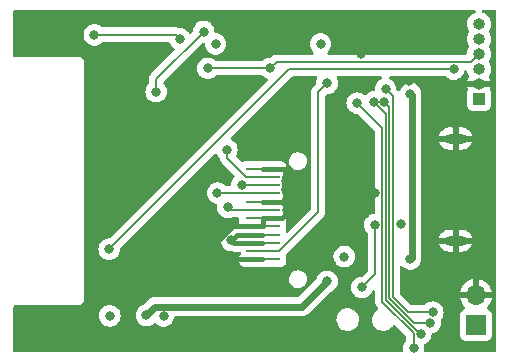
<source format=gbr>
%TF.GenerationSoftware,KiCad,Pcbnew,(6.0.2)*%
%TF.CreationDate,2022-02-22T23:34:33+08:00*%
%TF.ProjectId,screen,73637265-656e-42e6-9b69-6361645f7063,rev?*%
%TF.SameCoordinates,Original*%
%TF.FileFunction,Copper,L4,Bot*%
%TF.FilePolarity,Positive*%
%FSLAX46Y46*%
G04 Gerber Fmt 4.6, Leading zero omitted, Abs format (unit mm)*
G04 Created by KiCad (PCBNEW (6.0.2)) date 2022-02-22 23:34:33*
%MOMM*%
%LPD*%
G01*
G04 APERTURE LIST*
%TA.AperFunction,ComponentPad*%
%ADD10R,1.000000X1.000000*%
%TD*%
%TA.AperFunction,ComponentPad*%
%ADD11O,1.000000X1.000000*%
%TD*%
%TA.AperFunction,ComponentPad*%
%ADD12O,1.850000X0.850000*%
%TD*%
%TA.AperFunction,ComponentPad*%
%ADD13R,1.700000X1.700000*%
%TD*%
%TA.AperFunction,ComponentPad*%
%ADD14O,1.700000X1.700000*%
%TD*%
%TA.AperFunction,SMDPad,CuDef*%
%ADD15R,3.000000X0.200000*%
%TD*%
%TA.AperFunction,ViaPad*%
%ADD16C,0.800000*%
%TD*%
%TA.AperFunction,Conductor*%
%ADD17C,0.200000*%
%TD*%
%TA.AperFunction,Conductor*%
%ADD18C,0.400000*%
%TD*%
%TA.AperFunction,Conductor*%
%ADD19C,0.600000*%
%TD*%
G04 APERTURE END LIST*
D10*
%TO.P,J1,1,Pin_1*%
%TO.N,+3V3*%
X137420000Y-43740000D03*
D11*
%TO.P,J1,2,Pin_2*%
%TO.N,GND*%
X137420000Y-42470000D03*
%TO.P,J1,3,Pin_3*%
%TO.N,/nRST*%
X137420000Y-41200000D03*
%TO.P,J1,4,Pin_4*%
%TO.N,/GPIO0*%
X137420000Y-39930000D03*
%TO.P,J1,5,Pin_5*%
%TO.N,/TXD*%
X137420000Y-38660000D03*
%TO.P,J1,6,Pin_6*%
%TO.N,/RXD*%
X137420000Y-37390000D03*
%TD*%
D12*
%TO.P,J2,S1,SHIELD*%
%TO.N,GND*%
X135450000Y-47080000D03*
X135450000Y-55720000D03*
%TD*%
D13*
%TO.P,J3,1,Pin_1*%
%TO.N,+BATT*%
X137170000Y-62880000D03*
D14*
%TO.P,J3,2,Pin_2*%
%TO.N,GND*%
X137170000Y-60340000D03*
%TD*%
D15*
%TO.P,U3,12,GND*%
%TO.N,GND*%
X119110000Y-49620000D03*
%TO.P,U3,11,RESET*%
%TO.N,/GPIO2*%
X119110000Y-50320000D03*
%TO.P,U3,10,SDA*%
%TO.N,/GPIO13*%
X119110000Y-51020000D03*
%TO.P,U3,9,SCL*%
%TO.N,/GPIO14*%
X119110000Y-51720000D03*
%TO.P,U3,8,CS*%
%TO.N,GND*%
X119110000Y-52420000D03*
%TO.P,U3,7,D/C*%
%TO.N,/GPIO0*%
X119110000Y-53120000D03*
%TO.P,U3,6,GND*%
%TO.N,GND*%
X119110000Y-53820000D03*
%TO.P,U3,5,GND*%
X119110000Y-54520000D03*
%TO.P,U3,4,VDD*%
%TO.N,+3V3*%
X119110000Y-55220000D03*
%TO.P,U3,3,LEDA*%
X119110000Y-55920000D03*
%TO.P,U3,2,LEDK*%
%TO.N,Net-(U3-Pad2)*%
X119110000Y-56620000D03*
%TO.P,U3,1,GND*%
%TO.N,GND*%
X119110000Y-57320000D03*
%TD*%
D16*
%TO.N,GND*%
X114950000Y-56140000D03*
%TO.N,/GPIO13*%
X117330000Y-51030000D03*
%TO.N,/GPIO5*%
X110090000Y-43120000D03*
X114120000Y-38020000D03*
%TO.N,Net-(U3-Pad2)*%
X124560000Y-42410000D03*
%TO.N,GND*%
X127440000Y-39930000D03*
%TO.N,+3V3*%
X124020000Y-39070000D03*
X126020000Y-57080000D03*
X115130000Y-39070000D03*
X106170000Y-62090000D03*
X110720000Y-62110000D03*
X130820000Y-54330000D03*
X116470000Y-55700000D03*
%TO.N,GND*%
X121570000Y-43080000D03*
X106290000Y-47660000D03*
X107680000Y-47610000D03*
X106330000Y-49200000D03*
X115720000Y-64090000D03*
X128620000Y-51680000D03*
X107760000Y-62100000D03*
X125720000Y-49780000D03*
X131520000Y-42230000D03*
X114450000Y-64070000D03*
X117210000Y-64120000D03*
X107780000Y-49150000D03*
%TO.N,/nRST*%
X135290000Y-41200000D03*
X106120000Y-56450000D03*
%TO.N,Net-(D2-Pad2)*%
X132495000Y-63605000D03*
X128520000Y-43980000D03*
%TO.N,Net-(C2-Pad1)*%
X127520000Y-59680000D03*
X128620000Y-54380000D03*
%TO.N,/GPIO0*%
X114470000Y-41130000D03*
X119770000Y-41130000D03*
X116170000Y-52900000D03*
%TO.N,/GPIO2*%
X116090000Y-48020000D03*
%TO.N,/GPIO14*%
X115290000Y-51700000D03*
%TO.N,Net-(D2-Pad1)*%
X131895000Y-64830000D03*
X127120000Y-44080000D03*
%TO.N,Net-(R7-Pad2)*%
X104860000Y-38300000D03*
X112109488Y-38632690D03*
%TO.N,+BATT*%
X124570000Y-59180000D03*
X131620000Y-57280000D03*
X109270000Y-62050000D03*
X131620000Y-43280000D03*
%TO.N,Net-(D3-Pad1)*%
X129420000Y-43980000D03*
X133320000Y-62680000D03*
%TO.N,Net-(D3-Pad2)*%
X129520000Y-42880000D03*
X133520000Y-61780000D03*
%TD*%
D17*
%TO.N,/GPIO0*%
X116390000Y-53120000D02*
X116170000Y-52900000D01*
X119085000Y-53120000D02*
X116390000Y-53120000D01*
%TO.N,/GPIO14*%
X119105000Y-51700000D02*
X115290000Y-51700000D01*
%TO.N,/GPIO13*%
X119110000Y-51020000D02*
X117340000Y-51020000D01*
X117340000Y-51020000D02*
X117330000Y-51030000D01*
D18*
%TO.N,GND*%
X119110000Y-54520000D02*
X116570000Y-54520000D01*
X119085000Y-57320000D02*
X116130000Y-57320000D01*
X116570000Y-54520000D02*
X114950000Y-56140000D01*
X115430000Y-56620000D02*
X114950000Y-56140000D01*
X116130000Y-57320000D02*
X114950000Y-56140000D01*
X120749022Y-52420000D02*
X119110000Y-52420000D01*
X121010000Y-49620000D02*
X121030000Y-49640000D01*
X121030000Y-49640000D02*
X121030000Y-52139022D01*
X119110000Y-49620000D02*
X121010000Y-49620000D01*
X121030000Y-52139022D02*
X120749022Y-52420000D01*
D17*
%TO.N,/GPIO2*%
X116090000Y-48700000D02*
X116090000Y-48020000D01*
X117710000Y-50320000D02*
X116090000Y-48700000D01*
X119110000Y-50320000D02*
X117710000Y-50320000D01*
D19*
%TO.N,+BATT*%
X110009501Y-61310499D02*
X109270000Y-62050000D01*
X122439501Y-61310499D02*
X110009501Y-61310499D01*
X124570000Y-59180000D02*
X122439501Y-61310499D01*
D17*
%TO.N,/GPIO5*%
X114110000Y-38020000D02*
X114120000Y-38020000D01*
X110090000Y-42040000D02*
X114110000Y-38020000D01*
X110090000Y-43120000D02*
X110090000Y-42040000D01*
%TO.N,Net-(R7-Pad2)*%
X111756798Y-38280000D02*
X112109488Y-38632690D01*
X104870000Y-38280000D02*
X111756798Y-38280000D01*
%TO.N,Net-(U3-Pad2)*%
X123810000Y-43160000D02*
X124560000Y-42410000D01*
X123810000Y-53320000D02*
X123810000Y-43160000D01*
X120510000Y-56620000D02*
X123810000Y-53320000D01*
X119110000Y-56620000D02*
X120510000Y-56620000D01*
D18*
%TO.N,GND*%
X121020000Y-52690978D02*
X120749022Y-52420000D01*
X119110000Y-53820000D02*
X120749022Y-53820000D01*
X120749022Y-53820000D02*
X121020000Y-53549022D01*
X121020000Y-53549022D02*
X121020000Y-52690978D01*
X119110000Y-53845000D02*
X119110000Y-54520000D01*
D17*
%TO.N,/GPIO0*%
X136770000Y-40580000D02*
X137420000Y-39930000D01*
X120320000Y-40580000D02*
X136770000Y-40580000D01*
X119770000Y-41130000D02*
X120320000Y-40580000D01*
%TO.N,/nRST*%
X106120000Y-56450000D02*
X121370000Y-41200000D01*
X121370000Y-41200000D02*
X135290000Y-41200000D01*
D18*
%TO.N,+3V3*%
X119085000Y-55220000D02*
X116950000Y-55220000D01*
X119060220Y-55944780D02*
X116714780Y-55944780D01*
X116714780Y-55944780D02*
X116470000Y-55700000D01*
X116950000Y-55220000D02*
X116470000Y-55700000D01*
D17*
%TO.N,Net-(D2-Pad2)*%
X132397856Y-63605000D02*
X132495000Y-63605000D01*
X129520490Y-44980490D02*
X129520490Y-60727634D01*
X129520490Y-60727634D02*
X132397856Y-63605000D01*
X128520000Y-43980000D02*
X129520490Y-44980490D01*
%TO.N,Net-(C2-Pad1)*%
X127520000Y-59680000D02*
X128620000Y-58580000D01*
X128620000Y-58580000D02*
X128620000Y-54380000D01*
%TO.N,/GPIO0*%
X119770000Y-41130000D02*
X114470000Y-41130000D01*
%TO.N,Net-(D2-Pad1)*%
X129220000Y-60880000D02*
X131895000Y-63555000D01*
X131895000Y-63555000D02*
X131895000Y-64830000D01*
X127120000Y-44080000D02*
X129220000Y-46180000D01*
X129220000Y-46180000D02*
X129220000Y-60880000D01*
D19*
%TO.N,+BATT*%
X131719501Y-43379501D02*
X131620000Y-43280000D01*
X131719501Y-57180499D02*
X131719501Y-43379501D01*
X131620000Y-57280000D02*
X131719501Y-57180499D01*
D17*
%TO.N,Net-(D3-Pad1)*%
X129820000Y-60603572D02*
X131896428Y-62680000D01*
X131896428Y-62680000D02*
X133320000Y-62680000D01*
X129420000Y-43980000D02*
X129820000Y-44380000D01*
X129820000Y-44380000D02*
X129820000Y-60603572D01*
%TO.N,Net-(D3-Pad2)*%
X131420000Y-61780000D02*
X130119510Y-60479510D01*
X133520000Y-61780000D02*
X131420000Y-61780000D01*
X130119510Y-43479510D02*
X129520000Y-42880000D01*
X130119510Y-60479510D02*
X130119510Y-43479510D01*
%TD*%
%TA.AperFunction,Conductor*%
%TO.N,GND*%
G36*
X138829121Y-36208002D02*
G01*
X138875614Y-36261658D01*
X138887000Y-36314000D01*
X138887000Y-65046000D01*
X138866998Y-65114121D01*
X138813342Y-65160614D01*
X138761000Y-65172000D01*
X132911110Y-65172000D01*
X132842989Y-65151998D01*
X132796496Y-65098342D01*
X132786392Y-65028068D01*
X132786992Y-65024698D01*
X132788542Y-65019928D01*
X132789231Y-65013373D01*
X132789232Y-65013368D01*
X132807814Y-64836565D01*
X132808504Y-64830000D01*
X132788542Y-64640072D01*
X132774979Y-64598329D01*
X132772951Y-64527363D01*
X132809614Y-64466565D01*
X132843563Y-64444287D01*
X132945722Y-64398803D01*
X132945724Y-64398802D01*
X132951752Y-64396118D01*
X133106253Y-64283866D01*
X133196155Y-64184020D01*
X133229621Y-64146852D01*
X133229622Y-64146851D01*
X133234040Y-64141944D01*
X133329527Y-63976556D01*
X133388542Y-63794928D01*
X133390307Y-63778134D01*
X135811500Y-63778134D01*
X135818255Y-63840316D01*
X135869385Y-63976705D01*
X135956739Y-64093261D01*
X136073295Y-64180615D01*
X136209684Y-64231745D01*
X136271866Y-64238500D01*
X138068134Y-64238500D01*
X138130316Y-64231745D01*
X138266705Y-64180615D01*
X138383261Y-64093261D01*
X138470615Y-63976705D01*
X138521745Y-63840316D01*
X138528500Y-63778134D01*
X138528500Y-61981866D01*
X138521745Y-61919684D01*
X138470615Y-61783295D01*
X138383261Y-61666739D01*
X138266705Y-61579385D01*
X138196473Y-61553056D01*
X138147687Y-61534767D01*
X138090923Y-61492125D01*
X138066223Y-61425564D01*
X138081430Y-61356215D01*
X138102977Y-61327535D01*
X138204052Y-61226812D01*
X138210730Y-61218965D01*
X138335003Y-61046020D01*
X138340313Y-61037183D01*
X138434670Y-60846267D01*
X138438469Y-60836672D01*
X138500377Y-60632910D01*
X138502555Y-60622837D01*
X138503986Y-60611962D01*
X138501775Y-60597778D01*
X138488617Y-60594000D01*
X135853225Y-60594000D01*
X135839694Y-60597973D01*
X135838257Y-60607966D01*
X135868565Y-60742446D01*
X135871645Y-60752275D01*
X135951770Y-60949603D01*
X135956413Y-60958794D01*
X136067694Y-61140388D01*
X136073777Y-61148699D01*
X136213213Y-61309667D01*
X136220577Y-61316879D01*
X136225522Y-61320985D01*
X136265156Y-61379889D01*
X136266653Y-61450870D01*
X136229537Y-61511392D01*
X136189264Y-61535910D01*
X136081705Y-61576232D01*
X136081704Y-61576233D01*
X136073295Y-61579385D01*
X135956739Y-61666739D01*
X135869385Y-61783295D01*
X135818255Y-61919684D01*
X135811500Y-61981866D01*
X135811500Y-63778134D01*
X133390307Y-63778134D01*
X133400549Y-63680684D01*
X133427562Y-63615028D01*
X133485783Y-63574398D01*
X133499662Y-63570608D01*
X133508397Y-63568751D01*
X133602288Y-63548794D01*
X133608319Y-63546109D01*
X133770722Y-63473803D01*
X133770724Y-63473802D01*
X133776752Y-63471118D01*
X133931253Y-63358866D01*
X133986558Y-63297444D01*
X134054621Y-63221852D01*
X134054622Y-63221851D01*
X134059040Y-63216944D01*
X134141333Y-63074409D01*
X134151223Y-63057279D01*
X134151224Y-63057278D01*
X134154527Y-63051556D01*
X134213542Y-62869928D01*
X134233504Y-62680000D01*
X134227327Y-62621226D01*
X134214233Y-62496642D01*
X134214232Y-62496638D01*
X134213542Y-62490072D01*
X134208733Y-62475271D01*
X134206750Y-62469167D01*
X134204724Y-62398199D01*
X134232948Y-62345922D01*
X134254621Y-62321852D01*
X134254622Y-62321851D01*
X134259040Y-62316944D01*
X134303505Y-62239928D01*
X134351223Y-62157279D01*
X134351224Y-62157278D01*
X134354527Y-62151556D01*
X134413542Y-61969928D01*
X134415442Y-61951857D01*
X134432814Y-61786565D01*
X134433504Y-61780000D01*
X134421600Y-61666739D01*
X134414232Y-61596635D01*
X134414232Y-61596633D01*
X134413542Y-61590072D01*
X134354527Y-61408444D01*
X134259040Y-61243056D01*
X134237349Y-61218965D01*
X134135675Y-61106045D01*
X134135674Y-61106044D01*
X134131253Y-61101134D01*
X133976752Y-60988882D01*
X133970724Y-60986198D01*
X133970722Y-60986197D01*
X133808319Y-60913891D01*
X133808318Y-60913891D01*
X133802288Y-60911206D01*
X133708887Y-60891353D01*
X133621944Y-60872872D01*
X133621939Y-60872872D01*
X133615487Y-60871500D01*
X133424513Y-60871500D01*
X133418061Y-60872872D01*
X133418056Y-60872872D01*
X133331113Y-60891353D01*
X133237712Y-60911206D01*
X133231682Y-60913891D01*
X133231681Y-60913891D01*
X133069278Y-60986197D01*
X133069276Y-60986198D01*
X133063248Y-60988882D01*
X133057907Y-60992762D01*
X133057906Y-60992763D01*
X132983971Y-61046480D01*
X132908747Y-61101134D01*
X132904334Y-61106036D01*
X132904332Y-61106037D01*
X132882926Y-61129811D01*
X132822480Y-61167050D01*
X132789290Y-61171500D01*
X131724239Y-61171500D01*
X131656118Y-61151498D01*
X131635144Y-61134595D01*
X130764915Y-60264366D01*
X130730889Y-60202054D01*
X130728010Y-60175271D01*
X130728010Y-60074183D01*
X135834389Y-60074183D01*
X135835912Y-60082607D01*
X135848292Y-60086000D01*
X136897885Y-60086000D01*
X136913124Y-60081525D01*
X136914329Y-60080135D01*
X136916000Y-60072452D01*
X136916000Y-60067885D01*
X137424000Y-60067885D01*
X137428475Y-60083124D01*
X137429865Y-60084329D01*
X137437548Y-60086000D01*
X138488344Y-60086000D01*
X138501875Y-60082027D01*
X138503180Y-60072947D01*
X138461214Y-59905875D01*
X138457894Y-59896124D01*
X138372972Y-59700814D01*
X138368105Y-59691739D01*
X138252426Y-59512926D01*
X138246136Y-59504757D01*
X138102806Y-59347240D01*
X138095273Y-59340215D01*
X137928139Y-59208222D01*
X137919552Y-59202517D01*
X137733117Y-59099599D01*
X137723705Y-59095369D01*
X137522959Y-59024280D01*
X137512988Y-59021646D01*
X137441837Y-59008972D01*
X137428540Y-59010432D01*
X137424000Y-59024989D01*
X137424000Y-60067885D01*
X136916000Y-60067885D01*
X136916000Y-59023102D01*
X136912082Y-59009758D01*
X136897806Y-59007771D01*
X136859324Y-59013660D01*
X136849288Y-59016051D01*
X136646868Y-59082212D01*
X136637359Y-59086209D01*
X136448463Y-59184542D01*
X136439738Y-59190036D01*
X136269433Y-59317905D01*
X136261726Y-59324748D01*
X136114590Y-59478717D01*
X136108104Y-59486727D01*
X135988098Y-59662649D01*
X135983000Y-59671623D01*
X135893338Y-59864783D01*
X135889775Y-59874470D01*
X135834389Y-60074183D01*
X130728010Y-60074183D01*
X130728010Y-57975316D01*
X130748012Y-57907195D01*
X130801668Y-57860702D01*
X130871942Y-57850598D01*
X130936522Y-57880092D01*
X130947635Y-57890995D01*
X131008747Y-57958866D01*
X131163248Y-58071118D01*
X131169276Y-58073802D01*
X131169278Y-58073803D01*
X131331681Y-58146109D01*
X131337712Y-58148794D01*
X131431112Y-58168647D01*
X131518056Y-58187128D01*
X131518061Y-58187128D01*
X131524513Y-58188500D01*
X131715487Y-58188500D01*
X131721939Y-58187128D01*
X131721944Y-58187128D01*
X131808888Y-58168647D01*
X131902288Y-58148794D01*
X131908319Y-58146109D01*
X132070722Y-58073803D01*
X132070724Y-58073802D01*
X132076752Y-58071118D01*
X132231253Y-57958866D01*
X132240322Y-57948794D01*
X132354621Y-57821852D01*
X132354622Y-57821851D01*
X132359040Y-57816944D01*
X132441772Y-57673649D01*
X132451223Y-57657279D01*
X132451224Y-57657278D01*
X132454527Y-57651556D01*
X132513542Y-57469928D01*
X132514872Y-57457279D01*
X132532814Y-57286565D01*
X132533504Y-57280000D01*
X132528691Y-57234207D01*
X132528001Y-57221037D01*
X132528001Y-57195366D01*
X132528002Y-57194926D01*
X132528347Y-57096163D01*
X132528347Y-57096157D01*
X132528359Y-57092629D01*
X132528090Y-57091426D01*
X132528001Y-57089782D01*
X132528001Y-55988468D01*
X134053221Y-55988468D01*
X134056405Y-56003444D01*
X134060462Y-56015932D01*
X134134863Y-56183039D01*
X134141429Y-56194411D01*
X134248944Y-56342394D01*
X134257735Y-56352157D01*
X134393672Y-56474554D01*
X134404291Y-56482270D01*
X134562711Y-56573734D01*
X134574700Y-56579072D01*
X134748671Y-56635598D01*
X134761514Y-56638328D01*
X134897838Y-56652656D01*
X134904397Y-56653000D01*
X135177885Y-56653000D01*
X135193124Y-56648525D01*
X135194329Y-56647135D01*
X135196000Y-56639452D01*
X135196000Y-56634885D01*
X135704000Y-56634885D01*
X135708475Y-56650124D01*
X135709865Y-56651329D01*
X135717548Y-56653000D01*
X135995603Y-56653000D01*
X136002162Y-56652656D01*
X136138486Y-56638328D01*
X136151329Y-56635598D01*
X136325300Y-56579072D01*
X136337289Y-56573734D01*
X136495709Y-56482270D01*
X136506328Y-56474554D01*
X136642265Y-56352157D01*
X136651056Y-56342394D01*
X136758571Y-56194412D01*
X136765137Y-56183040D01*
X136839538Y-56015932D01*
X136843595Y-56003444D01*
X136846088Y-55991720D01*
X136845015Y-55977659D01*
X136835059Y-55974000D01*
X135722115Y-55974000D01*
X135706876Y-55978475D01*
X135705671Y-55979865D01*
X135704000Y-55987548D01*
X135704000Y-56634885D01*
X135196000Y-56634885D01*
X135196000Y-55992115D01*
X135191525Y-55976876D01*
X135190135Y-55975671D01*
X135182452Y-55974000D01*
X134068261Y-55974000D01*
X134054730Y-55977973D01*
X134053221Y-55988468D01*
X132528001Y-55988468D01*
X132528001Y-55448280D01*
X134053912Y-55448280D01*
X134054985Y-55462341D01*
X134064941Y-55466000D01*
X135177885Y-55466000D01*
X135193124Y-55461525D01*
X135194329Y-55460135D01*
X135196000Y-55452452D01*
X135196000Y-55447885D01*
X135704000Y-55447885D01*
X135708475Y-55463124D01*
X135709865Y-55464329D01*
X135717548Y-55466000D01*
X136831739Y-55466000D01*
X136845270Y-55462027D01*
X136846779Y-55451532D01*
X136843595Y-55436556D01*
X136839538Y-55424068D01*
X136765137Y-55256961D01*
X136758571Y-55245589D01*
X136651056Y-55097606D01*
X136642265Y-55087843D01*
X136506328Y-54965446D01*
X136495709Y-54957730D01*
X136337289Y-54866266D01*
X136325300Y-54860928D01*
X136151329Y-54804402D01*
X136138486Y-54801672D01*
X136002162Y-54787344D01*
X135995603Y-54787000D01*
X135722115Y-54787000D01*
X135706876Y-54791475D01*
X135705671Y-54792865D01*
X135704000Y-54800548D01*
X135704000Y-55447885D01*
X135196000Y-55447885D01*
X135196000Y-54805115D01*
X135191525Y-54789876D01*
X135190135Y-54788671D01*
X135182452Y-54787000D01*
X134904397Y-54787000D01*
X134897838Y-54787344D01*
X134761514Y-54801672D01*
X134748671Y-54804402D01*
X134574700Y-54860928D01*
X134562711Y-54866266D01*
X134404291Y-54957730D01*
X134393672Y-54965446D01*
X134257735Y-55087843D01*
X134248944Y-55097606D01*
X134141429Y-55245588D01*
X134134863Y-55256960D01*
X134060462Y-55424068D01*
X134056405Y-55436556D01*
X134053912Y-55448280D01*
X132528001Y-55448280D01*
X132528001Y-47348468D01*
X134053221Y-47348468D01*
X134056405Y-47363444D01*
X134060462Y-47375932D01*
X134134863Y-47543039D01*
X134141429Y-47554411D01*
X134248944Y-47702394D01*
X134257735Y-47712157D01*
X134393672Y-47834554D01*
X134404291Y-47842270D01*
X134562711Y-47933734D01*
X134574700Y-47939072D01*
X134748671Y-47995598D01*
X134761514Y-47998328D01*
X134897838Y-48012656D01*
X134904397Y-48013000D01*
X135177885Y-48013000D01*
X135193124Y-48008525D01*
X135194329Y-48007135D01*
X135196000Y-47999452D01*
X135196000Y-47994885D01*
X135704000Y-47994885D01*
X135708475Y-48010124D01*
X135709865Y-48011329D01*
X135717548Y-48013000D01*
X135995603Y-48013000D01*
X136002162Y-48012656D01*
X136138486Y-47998328D01*
X136151329Y-47995598D01*
X136325300Y-47939072D01*
X136337289Y-47933734D01*
X136495709Y-47842270D01*
X136506328Y-47834554D01*
X136642265Y-47712157D01*
X136651056Y-47702394D01*
X136758571Y-47554412D01*
X136765137Y-47543040D01*
X136839538Y-47375932D01*
X136843595Y-47363444D01*
X136846088Y-47351720D01*
X136845015Y-47337659D01*
X136835059Y-47334000D01*
X135722115Y-47334000D01*
X135706876Y-47338475D01*
X135705671Y-47339865D01*
X135704000Y-47347548D01*
X135704000Y-47994885D01*
X135196000Y-47994885D01*
X135196000Y-47352115D01*
X135191525Y-47336876D01*
X135190135Y-47335671D01*
X135182452Y-47334000D01*
X134068261Y-47334000D01*
X134054730Y-47337973D01*
X134053221Y-47348468D01*
X132528001Y-47348468D01*
X132528001Y-46808280D01*
X134053912Y-46808280D01*
X134054985Y-46822341D01*
X134064941Y-46826000D01*
X135177885Y-46826000D01*
X135193124Y-46821525D01*
X135194329Y-46820135D01*
X135196000Y-46812452D01*
X135196000Y-46807885D01*
X135704000Y-46807885D01*
X135708475Y-46823124D01*
X135709865Y-46824329D01*
X135717548Y-46826000D01*
X136831739Y-46826000D01*
X136845270Y-46822027D01*
X136846779Y-46811532D01*
X136843595Y-46796556D01*
X136839538Y-46784068D01*
X136765137Y-46616961D01*
X136758571Y-46605589D01*
X136651056Y-46457606D01*
X136642265Y-46447843D01*
X136506328Y-46325446D01*
X136495709Y-46317730D01*
X136337289Y-46226266D01*
X136325300Y-46220928D01*
X136151329Y-46164402D01*
X136138486Y-46161672D01*
X136002162Y-46147344D01*
X135995603Y-46147000D01*
X135722115Y-46147000D01*
X135706876Y-46151475D01*
X135705671Y-46152865D01*
X135704000Y-46160548D01*
X135704000Y-46807885D01*
X135196000Y-46807885D01*
X135196000Y-46165115D01*
X135191525Y-46149876D01*
X135190135Y-46148671D01*
X135182452Y-46147000D01*
X134904397Y-46147000D01*
X134897838Y-46147344D01*
X134761514Y-46161672D01*
X134748671Y-46164402D01*
X134574700Y-46220928D01*
X134562711Y-46226266D01*
X134404291Y-46317730D01*
X134393672Y-46325446D01*
X134257735Y-46447843D01*
X134248944Y-46457606D01*
X134141429Y-46605588D01*
X134134863Y-46616960D01*
X134060462Y-46784068D01*
X134056405Y-46796556D01*
X134053912Y-46808280D01*
X132528001Y-46808280D01*
X132528001Y-44288134D01*
X136411500Y-44288134D01*
X136418255Y-44350316D01*
X136469385Y-44486705D01*
X136556739Y-44603261D01*
X136673295Y-44690615D01*
X136809684Y-44741745D01*
X136871866Y-44748500D01*
X137968134Y-44748500D01*
X138030316Y-44741745D01*
X138166705Y-44690615D01*
X138283261Y-44603261D01*
X138370615Y-44486705D01*
X138421745Y-44350316D01*
X138428500Y-44288134D01*
X138428500Y-43191866D01*
X138421745Y-43129684D01*
X138370615Y-42993295D01*
X138365229Y-42986108D01*
X138360921Y-42978240D01*
X138362789Y-42977217D01*
X138342139Y-42921945D01*
X138348255Y-42873117D01*
X138392142Y-42741189D01*
X138392643Y-42727097D01*
X138386454Y-42724000D01*
X136462282Y-42724000D01*
X136448751Y-42727973D01*
X136447601Y-42735975D01*
X136476552Y-42836941D01*
X136481068Y-42848346D01*
X136484480Y-42854985D01*
X136497831Y-42924715D01*
X136477432Y-42977338D01*
X136479079Y-42978240D01*
X136474771Y-42986108D01*
X136469385Y-42993295D01*
X136418255Y-43129684D01*
X136411500Y-43191866D01*
X136411500Y-44288134D01*
X132528001Y-44288134D01*
X132528001Y-43388761D01*
X132528008Y-43387442D01*
X132528587Y-43332136D01*
X132529270Y-43320284D01*
X132532814Y-43286565D01*
X132533504Y-43280000D01*
X132525951Y-43208136D01*
X132514232Y-43096635D01*
X132514232Y-43096633D01*
X132513542Y-43090072D01*
X132454527Y-42908444D01*
X132359040Y-42743056D01*
X132344671Y-42727097D01*
X132235675Y-42606045D01*
X132235674Y-42606044D01*
X132231253Y-42601134D01*
X132076752Y-42488882D01*
X132070724Y-42486198D01*
X132070722Y-42486197D01*
X131908319Y-42413891D01*
X131908318Y-42413891D01*
X131902288Y-42411206D01*
X131801158Y-42389710D01*
X131721944Y-42372872D01*
X131721939Y-42372872D01*
X131715487Y-42371500D01*
X131524513Y-42371500D01*
X131518061Y-42372872D01*
X131518056Y-42372872D01*
X131438842Y-42389710D01*
X131337712Y-42411206D01*
X131331682Y-42413891D01*
X131331681Y-42413891D01*
X131169278Y-42486197D01*
X131169276Y-42486198D01*
X131163248Y-42488882D01*
X131008747Y-42601134D01*
X131004326Y-42606044D01*
X131004325Y-42606045D01*
X130895330Y-42727097D01*
X130880960Y-42743056D01*
X130785473Y-42908444D01*
X130772964Y-42946944D01*
X130758131Y-42992594D01*
X130718057Y-43051199D01*
X130652660Y-43078836D01*
X130582704Y-43066729D01*
X130554011Y-43046193D01*
X130553497Y-43045523D01*
X130546951Y-43040500D01*
X130546948Y-43040497D01*
X130528131Y-43026058D01*
X130515740Y-43015191D01*
X130469719Y-42969170D01*
X130435693Y-42906858D01*
X130433159Y-42883284D01*
X130433504Y-42880000D01*
X130417526Y-42727973D01*
X130414232Y-42696635D01*
X130414232Y-42696633D01*
X130413542Y-42690072D01*
X130354527Y-42508444D01*
X130259040Y-42343056D01*
X130144639Y-42216000D01*
X130135675Y-42206045D01*
X130135674Y-42206044D01*
X130131253Y-42201134D01*
X130003754Y-42108500D01*
X129982094Y-42092763D01*
X129982093Y-42092762D01*
X129976752Y-42088882D01*
X129970726Y-42086199D01*
X129970719Y-42086195D01*
X129888539Y-42049607D01*
X129834443Y-42003627D01*
X129813793Y-41935700D01*
X129833145Y-41867392D01*
X129886356Y-41820390D01*
X129939787Y-41808500D01*
X134559290Y-41808500D01*
X134627411Y-41828502D01*
X134652926Y-41850189D01*
X134673516Y-41873056D01*
X134678747Y-41878866D01*
X134693158Y-41889336D01*
X134780002Y-41952432D01*
X134833248Y-41991118D01*
X134839276Y-41993802D01*
X134839278Y-41993803D01*
X135000504Y-42065585D01*
X135007712Y-42068794D01*
X135101112Y-42088647D01*
X135188056Y-42107128D01*
X135188061Y-42107128D01*
X135194513Y-42108500D01*
X135385487Y-42108500D01*
X135391939Y-42107128D01*
X135391944Y-42107128D01*
X135478888Y-42088647D01*
X135572288Y-42068794D01*
X135579496Y-42065585D01*
X135740722Y-41993803D01*
X135740724Y-41993802D01*
X135746752Y-41991118D01*
X135799999Y-41952432D01*
X135866345Y-41904228D01*
X135901253Y-41878866D01*
X135927074Y-41850189D01*
X136024621Y-41741852D01*
X136024622Y-41741851D01*
X136029040Y-41736944D01*
X136101073Y-41612179D01*
X136121223Y-41577279D01*
X136121224Y-41577278D01*
X136124527Y-41571556D01*
X136183542Y-41389928D01*
X136185383Y-41390526D01*
X136214694Y-41336224D01*
X136276841Y-41301898D01*
X136347680Y-41306620D01*
X136404721Y-41348891D01*
X136425339Y-41390157D01*
X136436869Y-41430365D01*
X136477783Y-41573050D01*
X136480602Y-41578535D01*
X136562014Y-41736944D01*
X136568187Y-41748956D01*
X136574164Y-41756497D01*
X136574843Y-41758174D01*
X136575353Y-41758966D01*
X136575203Y-41759063D01*
X136600802Y-41822304D01*
X136587633Y-41892069D01*
X136584254Y-41897754D01*
X136584262Y-41897758D01*
X136491998Y-42065585D01*
X136487166Y-42076858D01*
X136448506Y-42198731D01*
X136448202Y-42212831D01*
X136454763Y-42216000D01*
X138378183Y-42216000D01*
X138391714Y-42212027D01*
X138392806Y-42204433D01*
X138358231Y-42089919D01*
X138353560Y-42078586D01*
X138266537Y-41914918D01*
X138259435Y-41904228D01*
X138238398Y-41836420D01*
X138254827Y-41772264D01*
X138262327Y-41759063D01*
X138314658Y-41666944D01*
X138342723Y-41617542D01*
X138342725Y-41617537D01*
X138345769Y-41612179D01*
X138408197Y-41424513D01*
X138432985Y-41228295D01*
X138433380Y-41200000D01*
X138414080Y-41003167D01*
X138408000Y-40983027D01*
X138369621Y-40855911D01*
X138356916Y-40813831D01*
X138264066Y-40639204D01*
X138260167Y-40634424D01*
X138259715Y-40633743D01*
X138238676Y-40565935D01*
X138255105Y-40501775D01*
X138255263Y-40501498D01*
X138281088Y-40456037D01*
X138342723Y-40347542D01*
X138342725Y-40347537D01*
X138345769Y-40342179D01*
X138408197Y-40154513D01*
X138432985Y-39958295D01*
X138433380Y-39930000D01*
X138414080Y-39733167D01*
X138356916Y-39543831D01*
X138264066Y-39369204D01*
X138260167Y-39364424D01*
X138259715Y-39363743D01*
X138238676Y-39295935D01*
X138255105Y-39231775D01*
X138342723Y-39077542D01*
X138342725Y-39077537D01*
X138345769Y-39072179D01*
X138408197Y-38884513D01*
X138432985Y-38688295D01*
X138433219Y-38671556D01*
X138433331Y-38663523D01*
X138433331Y-38663520D01*
X138433380Y-38660000D01*
X138414080Y-38463167D01*
X138356916Y-38273831D01*
X138264066Y-38099204D01*
X138260167Y-38094424D01*
X138259715Y-38093743D01*
X138238676Y-38025935D01*
X138255105Y-37961775D01*
X138342723Y-37807542D01*
X138342725Y-37807537D01*
X138345769Y-37802179D01*
X138408197Y-37614513D01*
X138432985Y-37418295D01*
X138433380Y-37390000D01*
X138414080Y-37193167D01*
X138356916Y-37003831D01*
X138264066Y-36829204D01*
X138193709Y-36742938D01*
X138142960Y-36680713D01*
X138142957Y-36680710D01*
X138139065Y-36675938D01*
X138132724Y-36670692D01*
X137991425Y-36553799D01*
X137991421Y-36553797D01*
X137986675Y-36549870D01*
X137812701Y-36455802D01*
X137743449Y-36434365D01*
X137684289Y-36395114D01*
X137655742Y-36330109D01*
X137666871Y-36259990D01*
X137714142Y-36207019D01*
X137780708Y-36188000D01*
X138761000Y-36188000D01*
X138829121Y-36208002D01*
G37*
%TD.AperFunction*%
%TA.AperFunction,Conductor*%
G36*
X137125715Y-36208002D02*
G01*
X137172208Y-36261658D01*
X137182312Y-36331932D01*
X137152818Y-36396512D01*
X137093168Y-36434874D01*
X137067120Y-36442540D01*
X137040381Y-36450410D01*
X137034923Y-36453263D01*
X137034919Y-36453265D01*
X136944147Y-36500720D01*
X136865110Y-36542040D01*
X136710975Y-36665968D01*
X136583846Y-36817474D01*
X136580879Y-36822872D01*
X136580875Y-36822877D01*
X136577397Y-36829204D01*
X136488567Y-36990787D01*
X136486706Y-36996654D01*
X136486705Y-36996656D01*
X136450274Y-37111500D01*
X136428765Y-37179306D01*
X136406719Y-37375851D01*
X136407235Y-37381995D01*
X136417890Y-37508882D01*
X136423268Y-37572934D01*
X136424967Y-37578858D01*
X136467001Y-37725448D01*
X136477783Y-37763050D01*
X136480602Y-37768535D01*
X136562785Y-37928444D01*
X136568187Y-37938956D01*
X136572016Y-37943787D01*
X136573839Y-37946088D01*
X136574414Y-37947509D01*
X136575353Y-37948966D01*
X136575076Y-37949144D01*
X136600474Y-38011898D01*
X136587301Y-38081662D01*
X136583846Y-38087474D01*
X136488567Y-38260787D01*
X136486706Y-38266654D01*
X136486705Y-38266656D01*
X136481596Y-38282763D01*
X136428765Y-38449306D01*
X136406719Y-38645851D01*
X136423268Y-38842934D01*
X136424967Y-38848858D01*
X136471165Y-39009969D01*
X136477783Y-39033050D01*
X136480602Y-39038535D01*
X136548252Y-39170166D01*
X136568187Y-39208956D01*
X136572016Y-39213787D01*
X136573839Y-39216088D01*
X136574414Y-39217509D01*
X136575353Y-39218966D01*
X136575076Y-39219144D01*
X136600474Y-39281898D01*
X136587301Y-39351662D01*
X136583846Y-39357474D01*
X136488567Y-39530787D01*
X136486706Y-39536654D01*
X136486705Y-39536656D01*
X136430627Y-39713436D01*
X136428765Y-39719306D01*
X136423866Y-39762988D01*
X136413035Y-39859545D01*
X136385564Y-39925011D01*
X136327061Y-39965234D01*
X136287820Y-39971500D01*
X124711202Y-39971500D01*
X124643081Y-39951498D01*
X124596588Y-39897842D01*
X124586484Y-39827568D01*
X124615978Y-39762988D01*
X124626306Y-39752460D01*
X124631253Y-39748866D01*
X124639866Y-39739301D01*
X124754621Y-39611852D01*
X124754622Y-39611851D01*
X124759040Y-39606944D01*
X124854527Y-39441556D01*
X124913542Y-39259928D01*
X124918001Y-39217509D01*
X124932814Y-39076565D01*
X124933504Y-39070000D01*
X124929620Y-39033050D01*
X124914232Y-38886635D01*
X124914232Y-38886633D01*
X124913542Y-38880072D01*
X124854527Y-38698444D01*
X124850691Y-38691799D01*
X124762341Y-38538774D01*
X124759040Y-38533056D01*
X124720208Y-38489928D01*
X124635675Y-38396045D01*
X124635674Y-38396044D01*
X124631253Y-38391134D01*
X124505818Y-38300000D01*
X124482094Y-38282763D01*
X124482093Y-38282762D01*
X124476752Y-38278882D01*
X124470724Y-38276198D01*
X124470722Y-38276197D01*
X124308319Y-38203891D01*
X124308318Y-38203891D01*
X124302288Y-38201206D01*
X124208887Y-38181353D01*
X124121944Y-38162872D01*
X124121939Y-38162872D01*
X124115487Y-38161500D01*
X123924513Y-38161500D01*
X123918061Y-38162872D01*
X123918056Y-38162872D01*
X123831113Y-38181353D01*
X123737712Y-38201206D01*
X123731682Y-38203891D01*
X123731681Y-38203891D01*
X123569278Y-38276197D01*
X123569276Y-38276198D01*
X123563248Y-38278882D01*
X123557907Y-38282762D01*
X123557906Y-38282763D01*
X123534182Y-38300000D01*
X123408747Y-38391134D01*
X123404326Y-38396044D01*
X123404325Y-38396045D01*
X123319793Y-38489928D01*
X123280960Y-38533056D01*
X123277659Y-38538774D01*
X123189310Y-38691799D01*
X123185473Y-38698444D01*
X123126458Y-38880072D01*
X123125768Y-38886633D01*
X123125768Y-38886635D01*
X123110380Y-39033050D01*
X123106496Y-39070000D01*
X123107186Y-39076565D01*
X123122000Y-39217509D01*
X123126458Y-39259928D01*
X123185473Y-39441556D01*
X123280960Y-39606944D01*
X123285378Y-39611851D01*
X123285379Y-39611852D01*
X123400135Y-39739301D01*
X123408747Y-39748866D01*
X123413300Y-39752174D01*
X123450348Y-39812311D01*
X123448996Y-39883294D01*
X123409482Y-39942279D01*
X123344351Y-39970536D01*
X123328798Y-39971500D01*
X120368136Y-39971500D01*
X120351690Y-39970422D01*
X120328188Y-39967328D01*
X120320000Y-39966250D01*
X120311812Y-39967328D01*
X120280129Y-39971499D01*
X120280120Y-39971500D01*
X120280115Y-39971500D01*
X120161150Y-39987162D01*
X120013125Y-40048476D01*
X120013123Y-40048477D01*
X120013124Y-40048477D01*
X119917928Y-40121523D01*
X119917925Y-40121526D01*
X119886013Y-40146013D01*
X119880983Y-40152568D01*
X119866548Y-40171379D01*
X119855681Y-40183770D01*
X119854856Y-40184595D01*
X119792544Y-40218621D01*
X119765761Y-40221500D01*
X119674513Y-40221500D01*
X119668061Y-40222872D01*
X119668056Y-40222872D01*
X119594563Y-40238494D01*
X119487712Y-40261206D01*
X119481682Y-40263891D01*
X119481681Y-40263891D01*
X119319278Y-40336197D01*
X119319276Y-40336198D01*
X119313248Y-40338882D01*
X119307907Y-40342762D01*
X119307906Y-40342763D01*
X119291117Y-40354961D01*
X119158747Y-40451134D01*
X119154334Y-40456036D01*
X119154332Y-40456037D01*
X119132926Y-40479811D01*
X119072480Y-40517050D01*
X119039290Y-40521500D01*
X115200710Y-40521500D01*
X115132589Y-40501498D01*
X115107074Y-40479811D01*
X115085668Y-40456037D01*
X115085666Y-40456036D01*
X115081253Y-40451134D01*
X114948883Y-40354961D01*
X114932094Y-40342763D01*
X114932093Y-40342762D01*
X114926752Y-40338882D01*
X114920724Y-40336198D01*
X114920722Y-40336197D01*
X114758319Y-40263891D01*
X114758318Y-40263891D01*
X114752288Y-40261206D01*
X114645437Y-40238494D01*
X114571944Y-40222872D01*
X114571939Y-40222872D01*
X114565487Y-40221500D01*
X114374513Y-40221500D01*
X114368061Y-40222872D01*
X114368056Y-40222872D01*
X114294563Y-40238494D01*
X114187712Y-40261206D01*
X114181682Y-40263891D01*
X114181681Y-40263891D01*
X114019278Y-40336197D01*
X114019276Y-40336198D01*
X114013248Y-40338882D01*
X114007907Y-40342762D01*
X114007906Y-40342763D01*
X113991117Y-40354961D01*
X113858747Y-40451134D01*
X113854326Y-40456044D01*
X113854325Y-40456045D01*
X113774367Y-40544848D01*
X113730960Y-40593056D01*
X113635473Y-40758444D01*
X113576458Y-40940072D01*
X113575768Y-40946633D01*
X113575768Y-40946635D01*
X113569182Y-41009301D01*
X113556496Y-41130000D01*
X113557186Y-41136565D01*
X113562645Y-41188500D01*
X113576458Y-41319928D01*
X113635473Y-41501556D01*
X113730960Y-41666944D01*
X113735378Y-41671851D01*
X113735379Y-41671852D01*
X113804804Y-41748956D01*
X113858747Y-41808866D01*
X114013248Y-41921118D01*
X114019276Y-41923802D01*
X114019278Y-41923803D01*
X114126408Y-41971500D01*
X114187712Y-41998794D01*
X114281112Y-42018647D01*
X114368056Y-42037128D01*
X114368061Y-42037128D01*
X114374513Y-42038500D01*
X114565487Y-42038500D01*
X114571939Y-42037128D01*
X114571944Y-42037128D01*
X114658887Y-42018647D01*
X114752288Y-41998794D01*
X114813592Y-41971500D01*
X114920722Y-41923803D01*
X114920724Y-41923802D01*
X114926752Y-41921118D01*
X114966735Y-41892069D01*
X115069334Y-41817526D01*
X115081253Y-41808866D01*
X115107074Y-41780189D01*
X115167520Y-41742950D01*
X115200710Y-41738500D01*
X119039290Y-41738500D01*
X119107411Y-41758502D01*
X119132926Y-41780189D01*
X119158747Y-41808866D01*
X119170666Y-41817526D01*
X119273266Y-41892069D01*
X119313248Y-41921118D01*
X119319276Y-41923802D01*
X119319278Y-41923803D01*
X119474494Y-41992909D01*
X119528590Y-42038889D01*
X119549239Y-42106816D01*
X119529887Y-42175124D01*
X119512340Y-42197111D01*
X106204856Y-55504595D01*
X106142544Y-55538621D01*
X106115761Y-55541500D01*
X106024513Y-55541500D01*
X106018061Y-55542872D01*
X106018056Y-55542872D01*
X105931112Y-55561353D01*
X105837712Y-55581206D01*
X105831682Y-55583891D01*
X105831681Y-55583891D01*
X105669278Y-55656197D01*
X105669276Y-55656198D01*
X105663248Y-55658882D01*
X105508747Y-55771134D01*
X105504326Y-55776044D01*
X105504325Y-55776045D01*
X105401785Y-55889928D01*
X105380960Y-55913056D01*
X105285473Y-56078444D01*
X105226458Y-56260072D01*
X105225768Y-56266633D01*
X105225768Y-56266635D01*
X105213972Y-56378866D01*
X105206496Y-56450000D01*
X105207186Y-56456565D01*
X105223011Y-56607128D01*
X105226458Y-56639928D01*
X105285473Y-56821556D01*
X105380960Y-56986944D01*
X105385378Y-56991851D01*
X105385379Y-56991852D01*
X105484914Y-57102397D01*
X105508747Y-57128866D01*
X105663248Y-57241118D01*
X105669276Y-57243802D01*
X105669278Y-57243803D01*
X105765324Y-57286565D01*
X105837712Y-57318794D01*
X105931112Y-57338647D01*
X106018056Y-57357128D01*
X106018061Y-57357128D01*
X106024513Y-57358500D01*
X106215487Y-57358500D01*
X106221939Y-57357128D01*
X106221944Y-57357128D01*
X106308888Y-57338647D01*
X106402288Y-57318794D01*
X106474676Y-57286565D01*
X106570722Y-57243803D01*
X106570724Y-57243802D01*
X106576752Y-57241118D01*
X106731253Y-57128866D01*
X106755086Y-57102397D01*
X106854621Y-56991852D01*
X106854622Y-56991851D01*
X106859040Y-56986944D01*
X106954527Y-56821556D01*
X107013542Y-56639928D01*
X107016990Y-56607128D01*
X107032814Y-56456565D01*
X107033504Y-56450000D01*
X107033316Y-56448214D01*
X107052816Y-56381804D01*
X107069719Y-56360830D01*
X115060125Y-48370424D01*
X115122437Y-48336398D01*
X115193252Y-48341463D01*
X115250088Y-48384010D01*
X115258334Y-48396512D01*
X115350960Y-48556944D01*
X115355378Y-48561851D01*
X115355379Y-48561852D01*
X115449468Y-48666348D01*
X115480754Y-48734210D01*
X115481500Y-48739880D01*
X115481500Y-48739885D01*
X115487658Y-48786660D01*
X115497162Y-48858851D01*
X115558476Y-49006876D01*
X115563503Y-49013427D01*
X115563504Y-49013429D01*
X115631520Y-49102069D01*
X115631526Y-49102075D01*
X115656013Y-49133987D01*
X115662568Y-49139017D01*
X115681379Y-49153452D01*
X115693770Y-49164319D01*
X116710877Y-50181426D01*
X116744903Y-50243738D01*
X116739838Y-50314553D01*
X116715418Y-50354831D01*
X116595379Y-50488148D01*
X116590960Y-50493056D01*
X116562169Y-50542923D01*
X116500438Y-50649845D01*
X116495473Y-50658444D01*
X116436458Y-50840072D01*
X116435768Y-50846633D01*
X116435768Y-50846635D01*
X116421891Y-50978670D01*
X116394878Y-51044327D01*
X116336656Y-51084957D01*
X116296581Y-51091500D01*
X116020710Y-51091500D01*
X115952589Y-51071498D01*
X115927074Y-51049811D01*
X115905668Y-51026037D01*
X115905666Y-51026036D01*
X115901253Y-51021134D01*
X115746752Y-50908882D01*
X115740724Y-50906198D01*
X115740722Y-50906197D01*
X115578319Y-50833891D01*
X115578318Y-50833891D01*
X115572288Y-50831206D01*
X115478887Y-50811353D01*
X115391944Y-50792872D01*
X115391939Y-50792872D01*
X115385487Y-50791500D01*
X115194513Y-50791500D01*
X115188061Y-50792872D01*
X115188056Y-50792872D01*
X115101112Y-50811353D01*
X115007712Y-50831206D01*
X115001682Y-50833891D01*
X115001681Y-50833891D01*
X114839278Y-50906197D01*
X114839276Y-50906198D01*
X114833248Y-50908882D01*
X114678747Y-51021134D01*
X114674326Y-51026044D01*
X114674325Y-51026045D01*
X114621281Y-51084957D01*
X114550960Y-51163056D01*
X114455473Y-51328444D01*
X114396458Y-51510072D01*
X114376496Y-51700000D01*
X114377186Y-51706565D01*
X114382280Y-51755027D01*
X114396458Y-51889928D01*
X114455473Y-52071556D01*
X114550960Y-52236944D01*
X114678747Y-52378866D01*
X114833248Y-52491118D01*
X114839276Y-52493802D01*
X114839278Y-52493803D01*
X114998456Y-52564673D01*
X115007712Y-52568794D01*
X115174138Y-52604169D01*
X115236611Y-52637897D01*
X115270933Y-52700047D01*
X115273251Y-52740586D01*
X115256496Y-52900000D01*
X115276458Y-53089928D01*
X115335473Y-53271556D01*
X115430960Y-53436944D01*
X115558747Y-53578866D01*
X115612126Y-53617648D01*
X115691521Y-53675332D01*
X115713248Y-53691118D01*
X115719276Y-53693802D01*
X115719278Y-53693803D01*
X115865743Y-53759013D01*
X115887712Y-53768794D01*
X115981113Y-53788647D01*
X116068056Y-53807128D01*
X116068061Y-53807128D01*
X116074513Y-53808500D01*
X116265487Y-53808500D01*
X116271939Y-53807128D01*
X116271944Y-53807128D01*
X116358887Y-53788647D01*
X116452288Y-53768794D01*
X116518324Y-53739393D01*
X116569573Y-53728500D01*
X116976001Y-53728500D01*
X117044122Y-53748502D01*
X117090615Y-53802158D01*
X117102001Y-53854500D01*
X117102001Y-53964669D01*
X117102371Y-53971490D01*
X117107895Y-54022352D01*
X117111521Y-54037604D01*
X117144573Y-54125770D01*
X117149756Y-54196578D01*
X117144573Y-54214230D01*
X117111522Y-54302394D01*
X117107895Y-54317649D01*
X117102369Y-54368514D01*
X117102000Y-54375328D01*
X117102000Y-54385300D01*
X117081998Y-54453421D01*
X117028342Y-54499914D01*
X116967432Y-54511008D01*
X116920226Y-54507790D01*
X116920221Y-54507790D01*
X116912648Y-54507274D01*
X116849681Y-54518264D01*
X116843169Y-54519224D01*
X116779758Y-54526898D01*
X116772657Y-54529581D01*
X116770048Y-54530222D01*
X116753728Y-54534687D01*
X116751195Y-54535452D01*
X116743717Y-54536757D01*
X116685190Y-54562448D01*
X116679108Y-54564930D01*
X116658753Y-54572622D01*
X116626449Y-54584828D01*
X116626447Y-54584829D01*
X116619344Y-54587513D01*
X116613085Y-54591814D01*
X116610720Y-54593051D01*
X116595948Y-54601273D01*
X116593656Y-54602628D01*
X116586695Y-54605684D01*
X116580668Y-54610309D01*
X116580664Y-54610311D01*
X116535987Y-54644593D01*
X116530662Y-54648462D01*
X116478019Y-54684643D01*
X116472967Y-54690313D01*
X116472966Y-54690314D01*
X116436572Y-54731162D01*
X116431591Y-54736438D01*
X116403466Y-54764563D01*
X116340568Y-54798715D01*
X116287895Y-54809911D01*
X116187712Y-54831206D01*
X116181682Y-54833891D01*
X116181681Y-54833891D01*
X116019278Y-54906197D01*
X116019276Y-54906198D01*
X116013248Y-54908882D01*
X116007907Y-54912762D01*
X116007906Y-54912763D01*
X115995396Y-54921852D01*
X115858747Y-55021134D01*
X115854326Y-55026044D01*
X115854325Y-55026045D01*
X115784846Y-55103210D01*
X115730960Y-55163056D01*
X115635473Y-55328444D01*
X115576458Y-55510072D01*
X115575768Y-55516633D01*
X115575768Y-55516635D01*
X115568699Y-55583891D01*
X115556496Y-55700000D01*
X115557186Y-55706565D01*
X115564489Y-55776045D01*
X115576458Y-55889928D01*
X115635473Y-56071556D01*
X115730960Y-56236944D01*
X115735378Y-56241851D01*
X115735379Y-56241852D01*
X115834698Y-56352157D01*
X115858747Y-56378866D01*
X116013248Y-56491118D01*
X116019276Y-56493802D01*
X116019278Y-56493803D01*
X116129903Y-56543056D01*
X116187712Y-56568794D01*
X116281112Y-56588647D01*
X116368056Y-56607128D01*
X116368061Y-56607128D01*
X116374513Y-56608500D01*
X116435856Y-56608500D01*
X116487705Y-56619663D01*
X116501353Y-56625825D01*
X116508825Y-56627210D01*
X116511392Y-56628014D01*
X116527615Y-56632635D01*
X116530207Y-56633300D01*
X116537289Y-56636062D01*
X116544824Y-56637054D01*
X116600641Y-56644402D01*
X116607157Y-56645434D01*
X116616335Y-56647135D01*
X116669966Y-56657075D01*
X116677546Y-56656638D01*
X116677547Y-56656638D01*
X116732160Y-56653489D01*
X116739413Y-56653280D01*
X117148521Y-56653280D01*
X117216642Y-56673282D01*
X117263135Y-56726938D01*
X117273239Y-56797212D01*
X117246197Y-56856422D01*
X117247096Y-56857096D01*
X117244008Y-56861217D01*
X117243745Y-56861792D01*
X117242881Y-56862720D01*
X117165214Y-56966351D01*
X117156676Y-56981946D01*
X117111522Y-57102394D01*
X117107895Y-57117649D01*
X117102369Y-57168514D01*
X117102000Y-57175327D01*
X117102001Y-57464668D01*
X117102371Y-57471490D01*
X117107895Y-57522352D01*
X117111521Y-57537604D01*
X117156676Y-57658054D01*
X117165214Y-57673649D01*
X117241715Y-57775724D01*
X117254276Y-57788285D01*
X117356351Y-57864786D01*
X117371946Y-57873324D01*
X117492394Y-57918478D01*
X117507649Y-57922105D01*
X117558514Y-57927631D01*
X117565328Y-57928000D01*
X120654669Y-57927999D01*
X120661490Y-57927629D01*
X120712352Y-57922105D01*
X120727604Y-57918479D01*
X120848054Y-57873324D01*
X120863649Y-57864786D01*
X120965724Y-57788285D01*
X120978285Y-57775724D01*
X121054786Y-57673649D01*
X121063324Y-57658054D01*
X121108478Y-57537606D01*
X121112105Y-57522351D01*
X121117631Y-57471486D01*
X121118000Y-57464673D01*
X121117999Y-57175332D01*
X121117629Y-57168510D01*
X121112105Y-57117648D01*
X121108479Y-57102397D01*
X121100083Y-57080000D01*
X125106496Y-57080000D01*
X125107186Y-57086565D01*
X125122704Y-57234207D01*
X125126458Y-57269928D01*
X125185473Y-57451556D01*
X125188776Y-57457278D01*
X125188777Y-57457279D01*
X125196982Y-57471490D01*
X125280960Y-57616944D01*
X125285378Y-57621851D01*
X125285379Y-57621852D01*
X125332017Y-57673649D01*
X125408747Y-57758866D01*
X125507843Y-57830864D01*
X125548912Y-57860702D01*
X125563248Y-57871118D01*
X125569276Y-57873802D01*
X125569278Y-57873803D01*
X125731681Y-57946109D01*
X125737712Y-57948794D01*
X125803365Y-57962749D01*
X125918056Y-57987128D01*
X125918061Y-57987128D01*
X125924513Y-57988500D01*
X126115487Y-57988500D01*
X126121939Y-57987128D01*
X126121944Y-57987128D01*
X126236635Y-57962749D01*
X126302288Y-57948794D01*
X126308319Y-57946109D01*
X126470722Y-57873803D01*
X126470724Y-57873802D01*
X126476752Y-57871118D01*
X126491089Y-57860702D01*
X126532157Y-57830864D01*
X126631253Y-57758866D01*
X126707983Y-57673649D01*
X126754621Y-57621852D01*
X126754622Y-57621851D01*
X126759040Y-57616944D01*
X126843018Y-57471490D01*
X126851223Y-57457279D01*
X126851224Y-57457278D01*
X126854527Y-57451556D01*
X126913542Y-57269928D01*
X126917297Y-57234207D01*
X126932814Y-57086565D01*
X126933504Y-57080000D01*
X126913542Y-56890072D01*
X126854527Y-56708444D01*
X126759040Y-56543056D01*
X126714693Y-56493803D01*
X126635675Y-56406045D01*
X126635674Y-56406044D01*
X126631253Y-56401134D01*
X126476752Y-56288882D01*
X126470724Y-56286198D01*
X126470722Y-56286197D01*
X126308319Y-56213891D01*
X126308318Y-56213891D01*
X126302288Y-56211206D01*
X126208888Y-56191353D01*
X126121944Y-56172872D01*
X126121939Y-56172872D01*
X126115487Y-56171500D01*
X125924513Y-56171500D01*
X125918061Y-56172872D01*
X125918056Y-56172872D01*
X125831113Y-56191353D01*
X125737712Y-56211206D01*
X125731682Y-56213891D01*
X125731681Y-56213891D01*
X125569278Y-56286197D01*
X125569276Y-56286198D01*
X125563248Y-56288882D01*
X125408747Y-56401134D01*
X125404326Y-56406044D01*
X125404325Y-56406045D01*
X125325308Y-56493803D01*
X125280960Y-56543056D01*
X125185473Y-56708444D01*
X125126458Y-56890072D01*
X125106496Y-57080000D01*
X121100083Y-57080000D01*
X121076880Y-57018107D01*
X121071697Y-56947300D01*
X121105767Y-56884782D01*
X124206234Y-53784315D01*
X124218625Y-53773448D01*
X124237437Y-53759013D01*
X124243987Y-53753987D01*
X124268474Y-53722075D01*
X124268478Y-53722071D01*
X124341524Y-53626876D01*
X124402838Y-53478851D01*
X124408355Y-53436944D01*
X124409680Y-53426878D01*
X124409680Y-53426876D01*
X124418500Y-53359885D01*
X124418500Y-53359880D01*
X124422672Y-53328189D01*
X124423750Y-53320000D01*
X124419578Y-53288307D01*
X124418500Y-53271864D01*
X124418500Y-43464239D01*
X124438502Y-43396118D01*
X124455405Y-43375144D01*
X124475144Y-43355405D01*
X124537456Y-43321379D01*
X124564239Y-43318500D01*
X124655487Y-43318500D01*
X124661939Y-43317128D01*
X124661944Y-43317128D01*
X124776569Y-43292763D01*
X124842288Y-43278794D01*
X124854325Y-43273435D01*
X125010722Y-43203803D01*
X125010724Y-43203802D01*
X125016752Y-43201118D01*
X125029729Y-43191690D01*
X125125256Y-43122285D01*
X125171253Y-43088866D01*
X125185654Y-43072872D01*
X125294621Y-42951852D01*
X125294622Y-42951851D01*
X125299040Y-42946944D01*
X125394527Y-42781556D01*
X125453542Y-42599928D01*
X125454715Y-42588774D01*
X125472814Y-42416565D01*
X125473504Y-42410000D01*
X125453542Y-42220072D01*
X125394527Y-42038444D01*
X125390698Y-42031811D01*
X125370888Y-41997500D01*
X125354150Y-41928505D01*
X125377370Y-41861413D01*
X125433178Y-41817526D01*
X125480007Y-41808500D01*
X129100213Y-41808500D01*
X129168334Y-41828502D01*
X129214827Y-41882158D01*
X129224931Y-41952432D01*
X129195437Y-42017012D01*
X129151461Y-42049607D01*
X129069281Y-42086195D01*
X129069274Y-42086199D01*
X129063248Y-42088882D01*
X129057907Y-42092762D01*
X129057906Y-42092763D01*
X129036246Y-42108500D01*
X128908747Y-42201134D01*
X128904326Y-42206044D01*
X128904325Y-42206045D01*
X128895362Y-42216000D01*
X128780960Y-42343056D01*
X128685473Y-42508444D01*
X128626458Y-42690072D01*
X128625768Y-42696633D01*
X128625768Y-42696635D01*
X128622474Y-42727973D01*
X128606496Y-42880000D01*
X128607186Y-42886565D01*
X128611996Y-42932330D01*
X128599224Y-43002168D01*
X128550722Y-43054015D01*
X128486686Y-43071500D01*
X128424513Y-43071500D01*
X128418061Y-43072872D01*
X128418056Y-43072872D01*
X128342813Y-43088866D01*
X128237712Y-43111206D01*
X128231682Y-43113891D01*
X128231681Y-43113891D01*
X128069278Y-43186197D01*
X128069276Y-43186198D01*
X128063248Y-43188882D01*
X128057907Y-43192762D01*
X128057906Y-43192763D01*
X128042711Y-43203803D01*
X127908747Y-43301134D01*
X127860033Y-43355236D01*
X127799589Y-43392474D01*
X127728605Y-43391122D01*
X127692338Y-43372860D01*
X127582094Y-43292763D01*
X127582093Y-43292762D01*
X127576752Y-43288882D01*
X127570724Y-43286198D01*
X127570722Y-43286197D01*
X127408319Y-43213891D01*
X127408318Y-43213891D01*
X127402288Y-43211206D01*
X127308887Y-43191353D01*
X127221944Y-43172872D01*
X127221939Y-43172872D01*
X127215487Y-43171500D01*
X127024513Y-43171500D01*
X127018061Y-43172872D01*
X127018056Y-43172872D01*
X126931113Y-43191353D01*
X126837712Y-43211206D01*
X126831682Y-43213891D01*
X126831681Y-43213891D01*
X126669278Y-43286197D01*
X126669276Y-43286198D01*
X126663248Y-43288882D01*
X126657907Y-43292762D01*
X126657906Y-43292763D01*
X126643314Y-43303365D01*
X126508747Y-43401134D01*
X126504326Y-43406044D01*
X126504325Y-43406045D01*
X126430903Y-43487589D01*
X126380960Y-43543056D01*
X126285473Y-43708444D01*
X126226458Y-43890072D01*
X126206496Y-44080000D01*
X126226458Y-44269928D01*
X126285473Y-44451556D01*
X126380960Y-44616944D01*
X126385378Y-44621851D01*
X126385379Y-44621852D01*
X126450132Y-44693767D01*
X126508747Y-44758866D01*
X126663248Y-44871118D01*
X126669276Y-44873802D01*
X126669278Y-44873803D01*
X126831681Y-44946109D01*
X126837712Y-44948794D01*
X126931112Y-44968647D01*
X127018056Y-44987128D01*
X127018061Y-44987128D01*
X127024513Y-44988500D01*
X127115761Y-44988500D01*
X127183882Y-45008502D01*
X127204856Y-45025405D01*
X128574595Y-46395144D01*
X128608621Y-46457456D01*
X128611500Y-46484239D01*
X128611500Y-53350977D01*
X128591498Y-53419098D01*
X128537842Y-53465591D01*
X128511697Y-53474224D01*
X128489929Y-53478851D01*
X128337712Y-53511206D01*
X128331682Y-53513891D01*
X128331681Y-53513891D01*
X128169278Y-53586197D01*
X128169276Y-53586198D01*
X128163248Y-53588882D01*
X128157907Y-53592762D01*
X128157906Y-53592763D01*
X128123655Y-53617648D01*
X128008747Y-53701134D01*
X128004326Y-53706044D01*
X128004325Y-53706045D01*
X127933851Y-53784315D01*
X127880960Y-53843056D01*
X127877659Y-53848774D01*
X127810747Y-53964669D01*
X127785473Y-54008444D01*
X127726458Y-54190072D01*
X127706496Y-54380000D01*
X127707186Y-54386565D01*
X127722972Y-54536757D01*
X127726458Y-54569928D01*
X127785473Y-54751556D01*
X127788776Y-54757278D01*
X127788777Y-54757279D01*
X127805937Y-54787000D01*
X127880960Y-54916944D01*
X127885378Y-54921851D01*
X127885379Y-54921852D01*
X127979136Y-55025980D01*
X128009854Y-55089987D01*
X128011500Y-55110290D01*
X128011500Y-58275761D01*
X127991498Y-58343882D01*
X127974595Y-58364857D01*
X127604855Y-58734596D01*
X127542543Y-58768621D01*
X127515760Y-58771500D01*
X127424513Y-58771500D01*
X127418061Y-58772872D01*
X127418056Y-58772872D01*
X127353191Y-58786660D01*
X127237712Y-58811206D01*
X127231682Y-58813891D01*
X127231681Y-58813891D01*
X127069278Y-58886197D01*
X127069276Y-58886198D01*
X127063248Y-58888882D01*
X126908747Y-59001134D01*
X126904326Y-59006044D01*
X126904325Y-59006045D01*
X126823898Y-59095369D01*
X126780960Y-59143056D01*
X126685473Y-59308444D01*
X126626458Y-59490072D01*
X126625768Y-59496633D01*
X126625768Y-59496635D01*
X126612393Y-59623893D01*
X126606496Y-59680000D01*
X126626458Y-59869928D01*
X126685473Y-60051556D01*
X126688776Y-60057278D01*
X126688777Y-60057279D01*
X126705359Y-60086000D01*
X126780960Y-60216944D01*
X126785378Y-60221851D01*
X126785379Y-60221852D01*
X126894118Y-60342619D01*
X126908747Y-60358866D01*
X126926815Y-60371993D01*
X127054957Y-60465094D01*
X127063248Y-60471118D01*
X127069276Y-60473802D01*
X127069278Y-60473803D01*
X127231681Y-60546109D01*
X127237712Y-60548794D01*
X127331112Y-60568647D01*
X127418056Y-60587128D01*
X127418061Y-60587128D01*
X127424513Y-60588500D01*
X127615487Y-60588500D01*
X127621939Y-60587128D01*
X127621944Y-60587128D01*
X127708888Y-60568647D01*
X127802288Y-60548794D01*
X127808319Y-60546109D01*
X127970722Y-60473803D01*
X127970724Y-60473802D01*
X127976752Y-60471118D01*
X127985044Y-60465094D01*
X128113185Y-60371993D01*
X128131253Y-60358866D01*
X128145882Y-60342619D01*
X128254621Y-60221852D01*
X128254622Y-60221851D01*
X128259040Y-60216944D01*
X128334641Y-60086000D01*
X128351223Y-60057279D01*
X128351224Y-60057278D01*
X128354527Y-60051556D01*
X128365668Y-60017269D01*
X128405741Y-59958665D01*
X128471138Y-59931028D01*
X128541094Y-59943135D01*
X128593400Y-59991141D01*
X128611500Y-60056207D01*
X128611500Y-60831864D01*
X128610422Y-60848307D01*
X128606250Y-60880000D01*
X128611500Y-60919880D01*
X128611500Y-60919885D01*
X128613496Y-60935041D01*
X128616322Y-60956508D01*
X128616322Y-60956510D01*
X128624336Y-61017381D01*
X128627162Y-61038851D01*
X128688476Y-61186876D01*
X128693503Y-61193427D01*
X128693504Y-61193429D01*
X128761520Y-61282069D01*
X128761526Y-61282075D01*
X128786013Y-61313987D01*
X128792568Y-61319017D01*
X128811379Y-61333452D01*
X128823770Y-61344319D01*
X128863052Y-61383601D01*
X128897078Y-61445913D01*
X128892013Y-61516728D01*
X128849466Y-61573564D01*
X128835044Y-61582898D01*
X128775729Y-61615777D01*
X128775726Y-61615779D01*
X128770150Y-61618870D01*
X128765309Y-61623019D01*
X128765305Y-61623022D01*
X128698037Y-61680678D01*
X128622302Y-61745591D01*
X128618391Y-61750633D01*
X128618390Y-61750634D01*
X128593056Y-61783295D01*
X128502954Y-61899453D01*
X128500138Y-61905176D01*
X128500136Y-61905179D01*
X128449572Y-62007940D01*
X128416982Y-62074171D01*
X128415373Y-62080349D01*
X128415372Y-62080351D01*
X128393477Y-62164409D01*
X128367898Y-62262607D01*
X128357707Y-62457064D01*
X128386825Y-62649599D01*
X128389028Y-62655585D01*
X128389029Y-62655591D01*
X128451860Y-62826360D01*
X128451862Y-62826365D01*
X128454063Y-62832346D01*
X128481897Y-62877237D01*
X128545716Y-62980166D01*
X128556674Y-62997840D01*
X128690466Y-63139322D01*
X128849975Y-63251011D01*
X128855838Y-63253548D01*
X129022825Y-63325810D01*
X129022829Y-63325811D01*
X129028684Y-63328345D01*
X129034931Y-63329650D01*
X129034934Y-63329651D01*
X129214557Y-63367176D01*
X129214562Y-63367177D01*
X129219293Y-63368165D01*
X129225685Y-63368500D01*
X129368663Y-63368500D01*
X129437951Y-63361462D01*
X129507378Y-63354410D01*
X129507379Y-63354410D01*
X129513727Y-63353765D01*
X129594843Y-63328345D01*
X129693451Y-63297444D01*
X129693456Y-63297442D01*
X129699541Y-63295535D01*
X129832467Y-63221852D01*
X129864271Y-63204223D01*
X129864274Y-63204221D01*
X129869850Y-63201130D01*
X129874691Y-63196981D01*
X129874695Y-63196978D01*
X130012855Y-63078560D01*
X130017698Y-63074409D01*
X130030986Y-63057279D01*
X130107378Y-62958794D01*
X130137046Y-62920547D01*
X130146060Y-62902228D01*
X130194082Y-62849936D01*
X130262751Y-62831907D01*
X130330266Y-62853866D01*
X130348211Y-62868760D01*
X131249595Y-63770144D01*
X131283621Y-63832456D01*
X131286500Y-63859239D01*
X131286500Y-64099710D01*
X131266498Y-64167831D01*
X131254136Y-64184020D01*
X131164235Y-64283866D01*
X131155960Y-64293056D01*
X131152659Y-64298774D01*
X131068647Y-64444287D01*
X131060473Y-64458444D01*
X131001458Y-64640072D01*
X130981496Y-64830000D01*
X130982186Y-64836565D01*
X131000768Y-65013368D01*
X131000769Y-65013373D01*
X131001458Y-65019928D01*
X131002000Y-65021597D01*
X130996733Y-65090597D01*
X130953915Y-65147229D01*
X130887277Y-65171721D01*
X130878890Y-65172000D01*
X98129000Y-65172000D01*
X98060879Y-65151998D01*
X98014386Y-65098342D01*
X98003000Y-65046000D01*
X98003000Y-62090000D01*
X105256496Y-62090000D01*
X105257186Y-62096565D01*
X105274638Y-62262607D01*
X105276458Y-62279928D01*
X105335473Y-62461556D01*
X105430960Y-62626944D01*
X105435378Y-62631851D01*
X105435379Y-62631852D01*
X105526227Y-62732749D01*
X105558747Y-62768866D01*
X105579521Y-62783959D01*
X105661889Y-62843803D01*
X105713248Y-62881118D01*
X105719276Y-62883802D01*
X105719278Y-62883803D01*
X105801807Y-62920547D01*
X105887712Y-62958794D01*
X105981112Y-62978647D01*
X106068056Y-62997128D01*
X106068061Y-62997128D01*
X106074513Y-62998500D01*
X106265487Y-62998500D01*
X106271939Y-62997128D01*
X106271944Y-62997128D01*
X106358888Y-62978647D01*
X106452288Y-62958794D01*
X106538193Y-62920547D01*
X106620722Y-62883803D01*
X106620724Y-62883802D01*
X106626752Y-62881118D01*
X106678112Y-62843803D01*
X106760479Y-62783959D01*
X106781253Y-62768866D01*
X106813773Y-62732749D01*
X106904621Y-62631852D01*
X106904622Y-62631851D01*
X106909040Y-62626944D01*
X107004527Y-62461556D01*
X107063542Y-62279928D01*
X107065363Y-62262607D01*
X107082814Y-62096565D01*
X107083504Y-62090000D01*
X107079300Y-62050000D01*
X108356496Y-62050000D01*
X108357186Y-62056565D01*
X108369151Y-62170401D01*
X108376458Y-62239928D01*
X108435473Y-62421556D01*
X108438776Y-62427278D01*
X108438777Y-62427279D01*
X108454938Y-62455271D01*
X108530960Y-62586944D01*
X108535378Y-62591851D01*
X108535379Y-62591852D01*
X108654325Y-62723955D01*
X108658747Y-62728866D01*
X108813248Y-62841118D01*
X108819276Y-62843802D01*
X108819278Y-62843803D01*
X108978788Y-62914821D01*
X108987712Y-62918794D01*
X109081112Y-62938647D01*
X109168056Y-62957128D01*
X109168061Y-62957128D01*
X109174513Y-62958500D01*
X109365487Y-62958500D01*
X109371939Y-62957128D01*
X109371944Y-62957128D01*
X109458888Y-62938647D01*
X109552288Y-62918794D01*
X109561212Y-62914821D01*
X109720722Y-62843803D01*
X109720724Y-62843802D01*
X109726752Y-62841118D01*
X109798671Y-62788866D01*
X109871807Y-62735729D01*
X109881253Y-62728866D01*
X109883862Y-62725969D01*
X109946967Y-62695686D01*
X110017421Y-62704452D01*
X110060901Y-62735728D01*
X110108747Y-62788866D01*
X110263248Y-62901118D01*
X110269276Y-62903802D01*
X110269278Y-62903803D01*
X110431681Y-62976109D01*
X110437712Y-62978794D01*
X110501808Y-62992418D01*
X110618056Y-63017128D01*
X110618061Y-63017128D01*
X110624513Y-63018500D01*
X110815487Y-63018500D01*
X110821939Y-63017128D01*
X110821944Y-63017128D01*
X110938192Y-62992418D01*
X111002288Y-62978794D01*
X111008319Y-62976109D01*
X111170722Y-62903803D01*
X111170724Y-62903802D01*
X111176752Y-62901118D01*
X111331253Y-62788866D01*
X111429276Y-62680000D01*
X111454621Y-62651852D01*
X111454622Y-62651851D01*
X111459040Y-62646944D01*
X111554527Y-62481556D01*
X111562485Y-62457064D01*
X125357707Y-62457064D01*
X125386825Y-62649599D01*
X125389028Y-62655585D01*
X125389029Y-62655591D01*
X125451860Y-62826360D01*
X125451862Y-62826365D01*
X125454063Y-62832346D01*
X125481897Y-62877237D01*
X125545716Y-62980166D01*
X125556674Y-62997840D01*
X125690466Y-63139322D01*
X125849975Y-63251011D01*
X125855838Y-63253548D01*
X126022825Y-63325810D01*
X126022829Y-63325811D01*
X126028684Y-63328345D01*
X126034931Y-63329650D01*
X126034934Y-63329651D01*
X126214557Y-63367176D01*
X126214562Y-63367177D01*
X126219293Y-63368165D01*
X126225685Y-63368500D01*
X126368663Y-63368500D01*
X126437951Y-63361462D01*
X126507378Y-63354410D01*
X126507379Y-63354410D01*
X126513727Y-63353765D01*
X126594843Y-63328345D01*
X126693451Y-63297444D01*
X126693456Y-63297442D01*
X126699541Y-63295535D01*
X126832467Y-63221852D01*
X126864271Y-63204223D01*
X126864274Y-63204221D01*
X126869850Y-63201130D01*
X126874691Y-63196981D01*
X126874695Y-63196978D01*
X127012855Y-63078560D01*
X127017698Y-63074409D01*
X127030986Y-63057279D01*
X127107378Y-62958794D01*
X127137046Y-62920547D01*
X127145286Y-62903803D01*
X127220200Y-62751556D01*
X127223018Y-62745829D01*
X127227437Y-62728866D01*
X127270492Y-62563575D01*
X127270492Y-62563572D01*
X127272102Y-62557393D01*
X127279550Y-62415271D01*
X127281959Y-62369317D01*
X127281959Y-62369313D01*
X127282293Y-62362936D01*
X127253175Y-62170401D01*
X127250972Y-62164415D01*
X127250971Y-62164409D01*
X127188140Y-61993640D01*
X127188138Y-61993635D01*
X127185937Y-61987654D01*
X127083326Y-61822160D01*
X127054525Y-61791703D01*
X126953919Y-61685315D01*
X126949534Y-61680678D01*
X126790025Y-61568989D01*
X126713584Y-61535910D01*
X126617175Y-61494190D01*
X126617171Y-61494189D01*
X126611316Y-61491655D01*
X126605069Y-61490350D01*
X126605066Y-61490349D01*
X126425443Y-61452824D01*
X126425438Y-61452823D01*
X126420707Y-61451835D01*
X126414315Y-61451500D01*
X126271337Y-61451500D01*
X126202049Y-61458538D01*
X126132622Y-61465590D01*
X126132621Y-61465590D01*
X126126273Y-61466235D01*
X126069939Y-61483889D01*
X125946549Y-61522556D01*
X125946544Y-61522558D01*
X125940459Y-61524465D01*
X125888880Y-61553056D01*
X125775729Y-61615777D01*
X125775726Y-61615779D01*
X125770150Y-61618870D01*
X125765309Y-61623019D01*
X125765305Y-61623022D01*
X125698037Y-61680678D01*
X125622302Y-61745591D01*
X125618391Y-61750633D01*
X125618390Y-61750634D01*
X125593056Y-61783295D01*
X125502954Y-61899453D01*
X125500138Y-61905176D01*
X125500136Y-61905179D01*
X125449572Y-62007940D01*
X125416982Y-62074171D01*
X125415373Y-62080349D01*
X125415372Y-62080351D01*
X125393477Y-62164409D01*
X125367898Y-62262607D01*
X125357707Y-62457064D01*
X111562485Y-62457064D01*
X111613542Y-62299928D01*
X111620699Y-62231828D01*
X111647712Y-62166172D01*
X111705933Y-62125542D01*
X111746009Y-62118999D01*
X122430287Y-62118999D01*
X122431607Y-62119006D01*
X122521722Y-62119950D01*
X122564098Y-62110788D01*
X122576664Y-62108730D01*
X122619756Y-62103896D01*
X122626407Y-62101580D01*
X122626411Y-62101579D01*
X122651431Y-62092866D01*
X122666243Y-62088703D01*
X122692120Y-62083108D01*
X122699011Y-62081618D01*
X122738314Y-62063291D01*
X122750090Y-62058509D01*
X122791053Y-62044244D01*
X122797028Y-62040510D01*
X122797031Y-62040509D01*
X122819496Y-62026472D01*
X122833013Y-62019133D01*
X122857015Y-62007940D01*
X122857016Y-62007939D01*
X122863403Y-62004961D01*
X122888772Y-61985283D01*
X122897654Y-61978393D01*
X122908113Y-61971097D01*
X122938905Y-61951857D01*
X122938908Y-61951855D01*
X122944877Y-61948125D01*
X122973680Y-61919523D01*
X122974305Y-61918938D01*
X122974971Y-61918421D01*
X123000959Y-61892433D01*
X123073583Y-61820314D01*
X123074241Y-61819277D01*
X123075344Y-61818048D01*
X123943789Y-60949603D01*
X124821910Y-60071481D01*
X124859756Y-60045469D01*
X125020722Y-59973803D01*
X125020724Y-59973802D01*
X125026752Y-59971118D01*
X125181253Y-59858866D01*
X125291710Y-59736191D01*
X125304621Y-59721852D01*
X125304622Y-59721851D01*
X125309040Y-59716944D01*
X125404527Y-59551556D01*
X125463542Y-59369928D01*
X125483504Y-59180000D01*
X125467212Y-59024989D01*
X125464232Y-58996635D01*
X125464232Y-58996633D01*
X125463542Y-58990072D01*
X125404527Y-58808444D01*
X125383990Y-58772872D01*
X125312341Y-58648774D01*
X125309040Y-58643056D01*
X125181253Y-58501134D01*
X125026752Y-58388882D01*
X125020724Y-58386198D01*
X125020722Y-58386197D01*
X124858319Y-58313891D01*
X124858318Y-58313891D01*
X124852288Y-58311206D01*
X124752715Y-58290041D01*
X124671944Y-58272872D01*
X124671939Y-58272872D01*
X124665487Y-58271500D01*
X124474513Y-58271500D01*
X124468061Y-58272872D01*
X124468056Y-58272872D01*
X124387285Y-58290041D01*
X124287712Y-58311206D01*
X124281682Y-58313891D01*
X124281681Y-58313891D01*
X124119278Y-58386197D01*
X124119276Y-58386198D01*
X124113248Y-58388882D01*
X123958747Y-58501134D01*
X123830960Y-58643056D01*
X123735473Y-58808444D01*
X123733433Y-58814724D01*
X123733432Y-58814725D01*
X123714646Y-58872542D01*
X123683908Y-58922700D01*
X122141514Y-60465094D01*
X122079202Y-60499120D01*
X122052419Y-60501999D01*
X110018666Y-60501999D01*
X110017347Y-60501992D01*
X109927280Y-60501049D01*
X109920394Y-60502538D01*
X109920392Y-60502538D01*
X109901814Y-60506555D01*
X109884915Y-60510209D01*
X109872336Y-60512269D01*
X109836242Y-60516317D01*
X109836239Y-60516318D01*
X109829246Y-60517102D01*
X109797569Y-60528133D01*
X109782759Y-60532295D01*
X109756879Y-60537890D01*
X109756875Y-60537891D01*
X109749990Y-60539380D01*
X109743606Y-60542357D01*
X109743600Y-60542359D01*
X109710694Y-60557703D01*
X109698885Y-60562498D01*
X109657949Y-60576754D01*
X109651977Y-60580486D01*
X109651970Y-60580489D01*
X109629506Y-60594526D01*
X109615989Y-60601865D01*
X109591982Y-60613060D01*
X109591978Y-60613062D01*
X109585599Y-60616037D01*
X109557685Y-60637689D01*
X109551345Y-60642607D01*
X109540896Y-60649896D01*
X109504125Y-60672873D01*
X109499126Y-60677838D01*
X109499124Y-60677839D01*
X109475316Y-60701482D01*
X109474693Y-60702065D01*
X109474031Y-60702578D01*
X109448180Y-60728429D01*
X109392068Y-60784151D01*
X109375419Y-60800684D01*
X109374759Y-60801724D01*
X109373658Y-60802951D01*
X109018087Y-61158521D01*
X108980241Y-61184532D01*
X108819278Y-61256197D01*
X108819276Y-61256198D01*
X108813248Y-61258882D01*
X108807907Y-61262762D01*
X108807906Y-61262763D01*
X108758193Y-61298882D01*
X108658747Y-61371134D01*
X108654326Y-61376044D01*
X108654325Y-61376045D01*
X108550230Y-61491655D01*
X108530960Y-61513056D01*
X108522185Y-61528255D01*
X108445338Y-61661358D01*
X108435473Y-61678444D01*
X108376458Y-61860072D01*
X108375768Y-61866633D01*
X108375768Y-61866635D01*
X108369367Y-61927540D01*
X108356496Y-62050000D01*
X107079300Y-62050000D01*
X107065603Y-61919684D01*
X107064232Y-61906635D01*
X107064232Y-61906633D01*
X107063542Y-61900072D01*
X107004527Y-61718444D01*
X106909040Y-61553056D01*
X106878173Y-61518774D01*
X106785675Y-61416045D01*
X106785674Y-61416044D01*
X106781253Y-61411134D01*
X106626752Y-61298882D01*
X106620724Y-61296198D01*
X106620722Y-61296197D01*
X106458319Y-61223891D01*
X106458318Y-61223891D01*
X106452288Y-61221206D01*
X106349634Y-61199386D01*
X106271944Y-61182872D01*
X106271939Y-61182872D01*
X106265487Y-61181500D01*
X106074513Y-61181500D01*
X106068061Y-61182872D01*
X106068056Y-61182872D01*
X105990366Y-61199386D01*
X105887712Y-61221206D01*
X105881682Y-61223891D01*
X105881681Y-61223891D01*
X105719278Y-61296197D01*
X105719276Y-61296198D01*
X105713248Y-61298882D01*
X105558747Y-61411134D01*
X105554326Y-61416044D01*
X105554325Y-61416045D01*
X105461828Y-61518774D01*
X105430960Y-61553056D01*
X105335473Y-61718444D01*
X105276458Y-61900072D01*
X105275768Y-61906633D01*
X105275768Y-61906635D01*
X105274397Y-61919684D01*
X105256496Y-62090000D01*
X98003000Y-62090000D01*
X98003000Y-61314000D01*
X98023002Y-61245879D01*
X98076658Y-61199386D01*
X98129000Y-61188000D01*
X103486298Y-61188000D01*
X103487069Y-61188002D01*
X103564652Y-61188476D01*
X103573281Y-61186010D01*
X103573286Y-61186009D01*
X103593048Y-61180361D01*
X103609809Y-61176783D01*
X103630152Y-61173870D01*
X103630162Y-61173867D01*
X103639045Y-61172595D01*
X103662395Y-61161979D01*
X103679907Y-61155536D01*
X103695937Y-61150954D01*
X103704565Y-61148488D01*
X103729548Y-61132726D01*
X103744614Y-61124596D01*
X103771510Y-61112367D01*
X103790939Y-61095626D01*
X103805947Y-61084521D01*
X103820039Y-61075630D01*
X103827631Y-61070840D01*
X103847182Y-61048703D01*
X103859374Y-61036659D01*
X103874949Y-61023239D01*
X103874950Y-61023237D01*
X103881747Y-61017381D01*
X103886626Y-61009853D01*
X103886629Y-61009850D01*
X103895696Y-60995861D01*
X103906986Y-60980987D01*
X103918012Y-60968502D01*
X103923956Y-60961772D01*
X103936510Y-60935034D01*
X103944824Y-60920065D01*
X103960893Y-60895273D01*
X103968239Y-60870709D01*
X103974901Y-60853264D01*
X103981983Y-60838179D01*
X103985799Y-60830052D01*
X103990343Y-60800870D01*
X103994126Y-60784151D01*
X104000014Y-60764464D01*
X104000015Y-60764461D01*
X104002587Y-60755859D01*
X104002797Y-60721444D01*
X104002830Y-60720672D01*
X104003000Y-60719577D01*
X104003000Y-60688702D01*
X104003002Y-60687932D01*
X104003452Y-60614284D01*
X104003452Y-60614283D01*
X104003476Y-60610348D01*
X104003092Y-60609004D01*
X104003000Y-60607659D01*
X104003000Y-59040862D01*
X121355497Y-59040862D01*
X121356737Y-59048078D01*
X121356737Y-59048080D01*
X121383274Y-59202517D01*
X121385134Y-59213340D01*
X121453654Y-59374373D01*
X121557383Y-59515324D01*
X121562961Y-59520063D01*
X121562964Y-59520066D01*
X121685176Y-59623893D01*
X121685180Y-59623896D01*
X121690755Y-59628632D01*
X121757373Y-59662649D01*
X121787687Y-59678128D01*
X121846616Y-59708219D01*
X121853721Y-59709958D01*
X121853725Y-59709959D01*
X121934858Y-59729811D01*
X122016606Y-59749815D01*
X122022206Y-59750162D01*
X122022210Y-59750163D01*
X122025709Y-59750380D01*
X122025718Y-59750380D01*
X122027648Y-59750500D01*
X122153822Y-59750500D01*
X122245369Y-59739827D01*
X122276556Y-59736191D01*
X122276558Y-59736191D01*
X122283828Y-59735343D01*
X122290705Y-59732847D01*
X122290708Y-59732846D01*
X122441452Y-59678128D01*
X122448331Y-59675631D01*
X122594685Y-59579677D01*
X122715040Y-59452628D01*
X122802939Y-59301298D01*
X122853667Y-59133807D01*
X122864503Y-58959138D01*
X122849788Y-58873498D01*
X122836106Y-58793875D01*
X122836105Y-58793873D01*
X122834866Y-58786660D01*
X122766346Y-58625627D01*
X122662617Y-58484676D01*
X122657039Y-58479937D01*
X122657036Y-58479934D01*
X122534824Y-58376107D01*
X122534820Y-58376104D01*
X122529245Y-58371368D01*
X122444220Y-58327952D01*
X122379900Y-58295108D01*
X122379898Y-58295107D01*
X122373384Y-58291781D01*
X122366279Y-58290042D01*
X122366275Y-58290041D01*
X122272741Y-58267154D01*
X122203394Y-58250185D01*
X122197794Y-58249838D01*
X122197790Y-58249837D01*
X122194291Y-58249620D01*
X122194282Y-58249620D01*
X122192352Y-58249500D01*
X122066178Y-58249500D01*
X121974631Y-58260173D01*
X121943444Y-58263809D01*
X121943442Y-58263809D01*
X121936172Y-58264657D01*
X121929295Y-58267153D01*
X121929292Y-58267154D01*
X121852281Y-58295108D01*
X121771669Y-58324369D01*
X121625315Y-58420323D01*
X121504960Y-58547372D01*
X121417061Y-58698702D01*
X121366333Y-58866193D01*
X121355497Y-59040862D01*
X104003000Y-59040862D01*
X104003000Y-40688702D01*
X104003002Y-40687932D01*
X104003421Y-40619322D01*
X104003476Y-40610348D01*
X104001010Y-40601719D01*
X104001009Y-40601714D01*
X103995361Y-40581952D01*
X103991783Y-40565191D01*
X103988870Y-40544848D01*
X103988867Y-40544838D01*
X103987595Y-40535955D01*
X103976979Y-40512605D01*
X103970536Y-40495093D01*
X103965954Y-40479063D01*
X103963488Y-40470435D01*
X103947726Y-40445452D01*
X103939596Y-40430386D01*
X103927367Y-40403490D01*
X103910626Y-40384061D01*
X103899521Y-40369053D01*
X103890630Y-40354961D01*
X103885840Y-40347369D01*
X103863703Y-40327818D01*
X103851659Y-40315626D01*
X103838239Y-40300051D01*
X103838237Y-40300050D01*
X103832381Y-40293253D01*
X103824853Y-40288374D01*
X103824850Y-40288371D01*
X103810861Y-40279304D01*
X103795987Y-40268014D01*
X103783502Y-40256988D01*
X103776772Y-40251044D01*
X103768646Y-40247229D01*
X103768645Y-40247228D01*
X103762979Y-40244568D01*
X103750034Y-40238490D01*
X103735065Y-40230176D01*
X103710273Y-40214107D01*
X103685709Y-40206761D01*
X103668264Y-40200099D01*
X103645052Y-40189201D01*
X103615870Y-40184657D01*
X103599151Y-40180874D01*
X103579464Y-40174986D01*
X103579461Y-40174985D01*
X103570859Y-40172413D01*
X103561884Y-40172358D01*
X103561883Y-40172358D01*
X103555190Y-40172317D01*
X103536444Y-40172203D01*
X103535672Y-40172170D01*
X103534577Y-40172000D01*
X103503702Y-40172000D01*
X103502932Y-40171998D01*
X103429284Y-40171548D01*
X103429283Y-40171548D01*
X103425348Y-40171524D01*
X103424004Y-40171908D01*
X103422659Y-40172000D01*
X98129000Y-40172000D01*
X98060879Y-40151998D01*
X98014386Y-40098342D01*
X98003000Y-40046000D01*
X98003000Y-38300000D01*
X103946496Y-38300000D01*
X103947186Y-38306565D01*
X103962832Y-38455425D01*
X103966458Y-38489928D01*
X104025473Y-38671556D01*
X104120960Y-38836944D01*
X104125378Y-38841851D01*
X104125379Y-38841852D01*
X104231307Y-38959497D01*
X104248747Y-38978866D01*
X104315167Y-39027123D01*
X104383218Y-39076565D01*
X104403248Y-39091118D01*
X104409276Y-39093802D01*
X104409278Y-39093803D01*
X104571681Y-39166109D01*
X104577712Y-39168794D01*
X104671113Y-39188647D01*
X104758056Y-39207128D01*
X104758061Y-39207128D01*
X104764513Y-39208500D01*
X104955487Y-39208500D01*
X104961939Y-39207128D01*
X104961944Y-39207128D01*
X105048887Y-39188647D01*
X105142288Y-39168794D01*
X105148319Y-39166109D01*
X105310722Y-39093803D01*
X105310724Y-39093802D01*
X105316752Y-39091118D01*
X105336783Y-39076565D01*
X105458051Y-38988458D01*
X105471253Y-38978866D01*
X105475664Y-38973967D01*
X105475673Y-38973959D01*
X105515082Y-38930190D01*
X105575528Y-38892950D01*
X105608718Y-38888500D01*
X111145809Y-38888500D01*
X111213930Y-38908502D01*
X111260423Y-38962158D01*
X111265637Y-38975550D01*
X111274961Y-39004246D01*
X111370448Y-39169634D01*
X111374866Y-39174541D01*
X111374867Y-39174542D01*
X111410203Y-39213787D01*
X111498235Y-39311556D01*
X111585072Y-39374647D01*
X111645115Y-39418271D01*
X111688469Y-39474493D01*
X111694544Y-39545230D01*
X111660149Y-39609302D01*
X109693766Y-41575685D01*
X109681375Y-41586552D01*
X109656013Y-41606013D01*
X109631526Y-41637925D01*
X109631523Y-41637928D01*
X109558476Y-41733124D01*
X109521537Y-41822304D01*
X109500515Y-41873056D01*
X109498108Y-41878866D01*
X109497162Y-41881150D01*
X109496085Y-41889334D01*
X109496084Y-41889336D01*
X109485267Y-41971500D01*
X109481500Y-42000115D01*
X109481500Y-42000120D01*
X109476250Y-42040000D01*
X109477328Y-42048188D01*
X109480422Y-42071690D01*
X109481500Y-42088136D01*
X109481500Y-42389710D01*
X109461498Y-42457831D01*
X109449136Y-42474020D01*
X109432260Y-42492763D01*
X109350960Y-42583056D01*
X109292799Y-42683794D01*
X109261356Y-42738255D01*
X109255473Y-42748444D01*
X109196458Y-42930072D01*
X109195768Y-42936633D01*
X109195768Y-42936635D01*
X109179360Y-43092749D01*
X109176496Y-43120000D01*
X109177186Y-43126565D01*
X109195126Y-43297251D01*
X109196458Y-43309928D01*
X109255473Y-43491556D01*
X109350960Y-43656944D01*
X109478747Y-43798866D01*
X109633248Y-43911118D01*
X109639276Y-43913802D01*
X109639278Y-43913803D01*
X109801681Y-43986109D01*
X109807712Y-43988794D01*
X109901112Y-44008647D01*
X109988056Y-44027128D01*
X109988061Y-44027128D01*
X109994513Y-44028500D01*
X110185487Y-44028500D01*
X110191939Y-44027128D01*
X110191944Y-44027128D01*
X110278888Y-44008647D01*
X110372288Y-43988794D01*
X110378319Y-43986109D01*
X110540722Y-43913803D01*
X110540724Y-43913802D01*
X110546752Y-43911118D01*
X110701253Y-43798866D01*
X110829040Y-43656944D01*
X110924527Y-43491556D01*
X110983542Y-43309928D01*
X110984875Y-43297251D01*
X111002814Y-43126565D01*
X111003504Y-43120000D01*
X111000640Y-43092749D01*
X110984232Y-42936635D01*
X110984232Y-42936633D01*
X110983542Y-42930072D01*
X110924527Y-42748444D01*
X110918645Y-42738255D01*
X110887201Y-42683794D01*
X110829040Y-42583056D01*
X110747740Y-42492763D01*
X110730864Y-42474020D01*
X110700146Y-42410013D01*
X110698500Y-42389710D01*
X110698500Y-42344239D01*
X110718502Y-42276118D01*
X110735405Y-42255144D01*
X114002091Y-38988458D01*
X114064403Y-38954432D01*
X114135218Y-38959497D01*
X114192054Y-39002044D01*
X114216695Y-39068108D01*
X114216496Y-39070000D01*
X114236458Y-39259928D01*
X114295473Y-39441556D01*
X114390960Y-39606944D01*
X114395378Y-39611851D01*
X114395379Y-39611852D01*
X114510135Y-39739301D01*
X114518747Y-39748866D01*
X114673248Y-39861118D01*
X114679276Y-39863802D01*
X114679278Y-39863803D01*
X114827960Y-39930000D01*
X114847712Y-39938794D01*
X114941112Y-39958647D01*
X115028056Y-39977128D01*
X115028061Y-39977128D01*
X115034513Y-39978500D01*
X115225487Y-39978500D01*
X115231939Y-39977128D01*
X115231944Y-39977128D01*
X115318887Y-39958647D01*
X115412288Y-39938794D01*
X115432040Y-39930000D01*
X115580722Y-39863803D01*
X115580724Y-39863802D01*
X115586752Y-39861118D01*
X115741253Y-39748866D01*
X115749865Y-39739301D01*
X115864621Y-39611852D01*
X115864622Y-39611851D01*
X115869040Y-39606944D01*
X115964527Y-39441556D01*
X116023542Y-39259928D01*
X116028001Y-39217509D01*
X116042814Y-39076565D01*
X116043504Y-39070000D01*
X116039620Y-39033050D01*
X116024232Y-38886635D01*
X116024232Y-38886633D01*
X116023542Y-38880072D01*
X115964527Y-38698444D01*
X115960691Y-38691799D01*
X115872341Y-38538774D01*
X115869040Y-38533056D01*
X115830208Y-38489928D01*
X115745675Y-38396045D01*
X115745674Y-38396044D01*
X115741253Y-38391134D01*
X115615818Y-38300000D01*
X115592094Y-38282763D01*
X115592093Y-38282762D01*
X115586752Y-38278882D01*
X115580724Y-38276198D01*
X115580722Y-38276197D01*
X115418319Y-38203891D01*
X115418318Y-38203891D01*
X115412288Y-38201206D01*
X115318887Y-38181353D01*
X115231944Y-38162872D01*
X115231939Y-38162872D01*
X115225487Y-38161500D01*
X115158569Y-38161500D01*
X115090448Y-38141498D01*
X115043955Y-38087842D01*
X115035030Y-38033170D01*
X115032814Y-38033170D01*
X115032814Y-38026565D01*
X115033504Y-38020000D01*
X115014751Y-37841572D01*
X115014232Y-37836635D01*
X115014232Y-37836633D01*
X115013542Y-37830072D01*
X114954527Y-37648444D01*
X114931404Y-37608393D01*
X114876191Y-37512763D01*
X114859040Y-37483056D01*
X114768045Y-37381995D01*
X114735675Y-37346045D01*
X114735674Y-37346044D01*
X114731253Y-37341134D01*
X114576752Y-37228882D01*
X114570724Y-37226198D01*
X114570722Y-37226197D01*
X114408319Y-37153891D01*
X114408318Y-37153891D01*
X114402288Y-37151206D01*
X114308887Y-37131353D01*
X114221944Y-37112872D01*
X114221939Y-37112872D01*
X114215487Y-37111500D01*
X114024513Y-37111500D01*
X114018061Y-37112872D01*
X114018056Y-37112872D01*
X113931113Y-37131353D01*
X113837712Y-37151206D01*
X113831682Y-37153891D01*
X113831681Y-37153891D01*
X113669278Y-37226197D01*
X113669276Y-37226198D01*
X113663248Y-37228882D01*
X113508747Y-37341134D01*
X113504326Y-37346044D01*
X113504325Y-37346045D01*
X113471956Y-37381995D01*
X113380960Y-37483056D01*
X113363809Y-37512763D01*
X113308597Y-37608393D01*
X113285473Y-37648444D01*
X113226458Y-37830072D01*
X113225768Y-37836633D01*
X113225768Y-37836635D01*
X113225249Y-37841572D01*
X113206496Y-38020000D01*
X113204338Y-38019773D01*
X113187184Y-38078196D01*
X113170281Y-38099170D01*
X113083662Y-38185789D01*
X113021350Y-38219815D01*
X112950535Y-38214750D01*
X112893699Y-38172203D01*
X112885448Y-38159693D01*
X112851832Y-38101468D01*
X112851830Y-38101465D01*
X112848528Y-38095746D01*
X112792185Y-38033170D01*
X112725163Y-37958735D01*
X112725162Y-37958734D01*
X112720741Y-37953824D01*
X112566240Y-37841572D01*
X112560212Y-37838888D01*
X112560210Y-37838887D01*
X112397807Y-37766581D01*
X112397806Y-37766581D01*
X112391776Y-37763896D01*
X112298375Y-37744043D01*
X112211432Y-37725562D01*
X112211427Y-37725562D01*
X112204975Y-37724190D01*
X112030106Y-37724190D01*
X111981889Y-37714599D01*
X111923281Y-37690323D01*
X111923279Y-37690323D01*
X111915649Y-37687162D01*
X111902104Y-37685379D01*
X111896256Y-37684609D01*
X111865060Y-37680502D01*
X111796683Y-37671500D01*
X111796680Y-37671500D01*
X111796672Y-37671499D01*
X111764987Y-37667328D01*
X111756798Y-37666250D01*
X111725105Y-37670422D01*
X111708662Y-37671500D01*
X105572702Y-37671500D01*
X105504581Y-37651498D01*
X105479067Y-37629812D01*
X105475669Y-37626038D01*
X105475667Y-37626036D01*
X105471253Y-37621134D01*
X105316752Y-37508882D01*
X105310724Y-37506198D01*
X105310722Y-37506197D01*
X105148319Y-37433891D01*
X105148318Y-37433891D01*
X105142288Y-37431206D01*
X105048888Y-37411353D01*
X104961944Y-37392872D01*
X104961939Y-37392872D01*
X104955487Y-37391500D01*
X104764513Y-37391500D01*
X104758061Y-37392872D01*
X104758056Y-37392872D01*
X104671112Y-37411353D01*
X104577712Y-37431206D01*
X104571682Y-37433891D01*
X104571681Y-37433891D01*
X104409278Y-37506197D01*
X104409276Y-37506198D01*
X104403248Y-37508882D01*
X104248747Y-37621134D01*
X104120960Y-37763056D01*
X104025473Y-37928444D01*
X103966458Y-38110072D01*
X103965768Y-38116633D01*
X103965768Y-38116635D01*
X103956597Y-38203891D01*
X103946496Y-38300000D01*
X98003000Y-38300000D01*
X98003000Y-36314000D01*
X98023002Y-36245879D01*
X98076658Y-36199386D01*
X98129000Y-36188000D01*
X137057594Y-36188000D01*
X137125715Y-36208002D01*
G37*
%TD.AperFunction*%
%TA.AperFunction,Conductor*%
G36*
X123708114Y-41828502D02*
G01*
X123754607Y-41882158D01*
X123764711Y-41952432D01*
X123749112Y-41997500D01*
X123729303Y-42031811D01*
X123725473Y-42038444D01*
X123666458Y-42220072D01*
X123646496Y-42410000D01*
X123646684Y-42411786D01*
X123627184Y-42478196D01*
X123610281Y-42499170D01*
X123413766Y-42695685D01*
X123401375Y-42706552D01*
X123376013Y-42726013D01*
X123351526Y-42757925D01*
X123351523Y-42757928D01*
X123351517Y-42757936D01*
X123290894Y-42836941D01*
X123278476Y-42853124D01*
X123217162Y-43001149D01*
X123214978Y-43017739D01*
X123201500Y-43120115D01*
X123201500Y-43120120D01*
X123196250Y-43160000D01*
X123197328Y-43168188D01*
X123200422Y-43191690D01*
X123201500Y-43208136D01*
X123201500Y-53015761D01*
X123181498Y-53083882D01*
X123164595Y-53104856D01*
X121264327Y-55005124D01*
X121202015Y-55039150D01*
X121131200Y-55034085D01*
X121074364Y-54991538D01*
X121049553Y-54925018D01*
X121062163Y-54867208D01*
X121060172Y-54866462D01*
X121108478Y-54737606D01*
X121112105Y-54722351D01*
X121117631Y-54671486D01*
X121118000Y-54664673D01*
X121117999Y-54375332D01*
X121117629Y-54368510D01*
X121112105Y-54317648D01*
X121108479Y-54302396D01*
X121075427Y-54214230D01*
X121070244Y-54143422D01*
X121075427Y-54125770D01*
X121108478Y-54037606D01*
X121112105Y-54022351D01*
X121117631Y-53971486D01*
X121118000Y-53964673D01*
X121117999Y-53675332D01*
X121117629Y-53668510D01*
X121112105Y-53617648D01*
X121108479Y-53602396D01*
X121063324Y-53481946D01*
X121054786Y-53466351D01*
X120978285Y-53364276D01*
X120965724Y-53351715D01*
X120863646Y-53275212D01*
X120845991Y-53265546D01*
X120795845Y-53215287D01*
X120780500Y-53155028D01*
X120780499Y-53084976D01*
X120800500Y-53016855D01*
X120845991Y-52974453D01*
X120863649Y-52964786D01*
X120965724Y-52888285D01*
X120978285Y-52875724D01*
X121054786Y-52773649D01*
X121063324Y-52758054D01*
X121108478Y-52637606D01*
X121112105Y-52622351D01*
X121117631Y-52571486D01*
X121118000Y-52564673D01*
X121117999Y-52275332D01*
X121117629Y-52268510D01*
X121112105Y-52217648D01*
X121108479Y-52202396D01*
X121063324Y-52081946D01*
X121054786Y-52066351D01*
X120978285Y-51964276D01*
X120965724Y-51951715D01*
X120863646Y-51875212D01*
X120845991Y-51865546D01*
X120795845Y-51815287D01*
X120780500Y-51755027D01*
X120780499Y-51609399D01*
X120780499Y-51603210D01*
X120770607Y-51553474D01*
X120745992Y-51516635D01*
X120739814Y-51507390D01*
X120732923Y-51497077D01*
X120722610Y-51490186D01*
X120722608Y-51490184D01*
X120699532Y-51474765D01*
X120654004Y-51420288D01*
X120645157Y-51349845D01*
X120675798Y-51285801D01*
X120699532Y-51265235D01*
X120722608Y-51249816D01*
X120722610Y-51249814D01*
X120732923Y-51242923D01*
X120770607Y-51186526D01*
X120780500Y-51136791D01*
X120780499Y-50903210D01*
X120770607Y-50853474D01*
X120732923Y-50797077D01*
X120722610Y-50790186D01*
X120722608Y-50790184D01*
X120699532Y-50774765D01*
X120654004Y-50720288D01*
X120645157Y-50649845D01*
X120675798Y-50585801D01*
X120699532Y-50565235D01*
X120722608Y-50549816D01*
X120722610Y-50549814D01*
X120732923Y-50542923D01*
X120770607Y-50486526D01*
X120780500Y-50436791D01*
X120780499Y-50284974D01*
X120800501Y-50216854D01*
X120845991Y-50174453D01*
X120863649Y-50164786D01*
X120965724Y-50088285D01*
X120978285Y-50075724D01*
X121054786Y-49973649D01*
X121063324Y-49958054D01*
X121108478Y-49837606D01*
X121112105Y-49822351D01*
X121117631Y-49771486D01*
X121118000Y-49764673D01*
X121117999Y-49475332D01*
X121117629Y-49468510D01*
X121112105Y-49417648D01*
X121108479Y-49402396D01*
X121063324Y-49281946D01*
X121054786Y-49266351D01*
X120978285Y-49164276D01*
X120965724Y-49151715D01*
X120863649Y-49075214D01*
X120848054Y-49066676D01*
X120779195Y-49040862D01*
X121355497Y-49040862D01*
X121356737Y-49048078D01*
X121356737Y-49048080D01*
X121383894Y-49206125D01*
X121385134Y-49213340D01*
X121453654Y-49374373D01*
X121557383Y-49515324D01*
X121562961Y-49520063D01*
X121562964Y-49520066D01*
X121685176Y-49623893D01*
X121685180Y-49623896D01*
X121690755Y-49628632D01*
X121771572Y-49669899D01*
X121787687Y-49678128D01*
X121846616Y-49708219D01*
X121853721Y-49709958D01*
X121853725Y-49709959D01*
X121924030Y-49727162D01*
X122016606Y-49749815D01*
X122022206Y-49750162D01*
X122022210Y-49750163D01*
X122025709Y-49750380D01*
X122025718Y-49750380D01*
X122027648Y-49750500D01*
X122153822Y-49750500D01*
X122245369Y-49739827D01*
X122276556Y-49736191D01*
X122276558Y-49736191D01*
X122283828Y-49735343D01*
X122290705Y-49732847D01*
X122290708Y-49732846D01*
X122441452Y-49678128D01*
X122448331Y-49675631D01*
X122594685Y-49579677D01*
X122715040Y-49452628D01*
X122802939Y-49301298D01*
X122853667Y-49133807D01*
X122864503Y-48959138D01*
X122849788Y-48873498D01*
X122836106Y-48793875D01*
X122836105Y-48793873D01*
X122834866Y-48786660D01*
X122783673Y-48666348D01*
X122769211Y-48632360D01*
X122769211Y-48632359D01*
X122766346Y-48625627D01*
X122662617Y-48484676D01*
X122657039Y-48479937D01*
X122657036Y-48479934D01*
X122534824Y-48376107D01*
X122534820Y-48376104D01*
X122529245Y-48371368D01*
X122445062Y-48328382D01*
X122379900Y-48295108D01*
X122379898Y-48295107D01*
X122373384Y-48291781D01*
X122366279Y-48290042D01*
X122366275Y-48290041D01*
X122272741Y-48267154D01*
X122203394Y-48250185D01*
X122197794Y-48249838D01*
X122197790Y-48249837D01*
X122194291Y-48249620D01*
X122194282Y-48249620D01*
X122192352Y-48249500D01*
X122066178Y-48249500D01*
X121974631Y-48260173D01*
X121943444Y-48263809D01*
X121943442Y-48263809D01*
X121936172Y-48264657D01*
X121929295Y-48267153D01*
X121929292Y-48267154D01*
X121852281Y-48295108D01*
X121771669Y-48324369D01*
X121625315Y-48420323D01*
X121504960Y-48547372D01*
X121417061Y-48698702D01*
X121366333Y-48866193D01*
X121355497Y-49040862D01*
X120779195Y-49040862D01*
X120727606Y-49021522D01*
X120712351Y-49017895D01*
X120661486Y-49012369D01*
X120654672Y-49012000D01*
X117565331Y-49012001D01*
X117558510Y-49012371D01*
X117507648Y-49017895D01*
X117492397Y-49021521D01*
X117408107Y-49053120D01*
X117337300Y-49058303D01*
X117274782Y-49024233D01*
X116889519Y-48638970D01*
X116855493Y-48576658D01*
X116860558Y-48505843D01*
X116869495Y-48486875D01*
X116921223Y-48397279D01*
X116921224Y-48397278D01*
X116924527Y-48391556D01*
X116983542Y-48209928D01*
X117003504Y-48020000D01*
X116983542Y-47830072D01*
X116924527Y-47648444D01*
X116829040Y-47483056D01*
X116701253Y-47341134D01*
X116546752Y-47228882D01*
X116540726Y-47226199D01*
X116540719Y-47226195D01*
X116475458Y-47197140D01*
X116421362Y-47151160D01*
X116400712Y-47083233D01*
X116420064Y-47014925D01*
X116437611Y-46992938D01*
X121585144Y-41845405D01*
X121647456Y-41811379D01*
X121674239Y-41808500D01*
X123639993Y-41808500D01*
X123708114Y-41828502D01*
G37*
%TD.AperFunction*%
%TD*%
M02*

</source>
